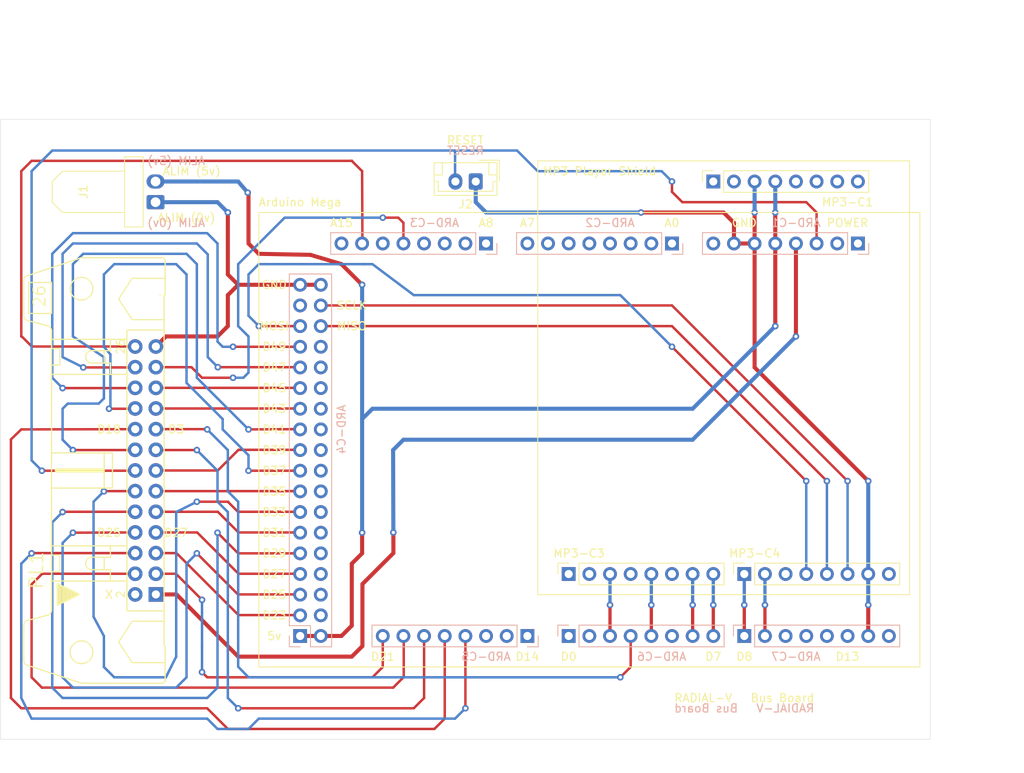
<source format=kicad_pcb>
(kicad_pcb (version 20171130) (host pcbnew "(5.1.5)-3")

  (general
    (thickness 1.6)
    (drawings 62)
    (tracks 343)
    (zones 0)
    (modules 13)
    (nets 93)
  )

  (page A4)
  (title_block
    (title "RADIAL-V : Bus Board")
    (date 2020-01-19)
    (rev 2)
    (company David)
  )

  (layers
    (0 Top signal)
    (31 Bottom signal)
    (32 B.Adhes user hide)
    (33 F.Adhes user hide)
    (34 B.Paste user hide)
    (35 F.Paste user hide)
    (36 B.SilkS user)
    (37 F.SilkS user)
    (38 B.Mask user hide)
    (39 F.Mask user hide)
    (40 Dwgs.User user hide)
    (41 Cmts.User user hide)
    (42 Eco1.User user)
    (43 Eco2.User user hide)
    (44 Edge.Cuts user)
    (45 Margin user hide)
    (46 B.CrtYd user hide)
    (47 F.CrtYd user hide)
    (48 B.Fab user hide)
    (49 F.Fab user hide)
  )

  (setup
    (last_trace_width 0.3)
    (trace_clearance 0.5)
    (zone_clearance 0.508)
    (zone_45_only no)
    (trace_min 0.2)
    (via_size 0.8)
    (via_drill 0.4)
    (via_min_size 0.4)
    (via_min_drill 0.3)
    (uvia_size 0.3)
    (uvia_drill 0.1)
    (uvias_allowed no)
    (uvia_min_size 0.2)
    (uvia_min_drill 0.1)
    (edge_width 0.05)
    (segment_width 0.2)
    (pcb_text_width 0.3)
    (pcb_text_size 1.5 1.5)
    (mod_edge_width 0.12)
    (mod_text_size 1 1)
    (mod_text_width 0.15)
    (pad_size 1.7 1.7)
    (pad_drill 1)
    (pad_to_mask_clearance 0.051)
    (solder_mask_min_width 0.25)
    (aux_axis_origin 0 0)
    (visible_elements 7FFFFFFF)
    (pcbplotparams
      (layerselection 0x010fc_ffffffff)
      (usegerberextensions false)
      (usegerberattributes false)
      (usegerberadvancedattributes false)
      (creategerberjobfile false)
      (excludeedgelayer true)
      (linewidth 0.100000)
      (plotframeref false)
      (viasonmask false)
      (mode 1)
      (useauxorigin false)
      (hpglpennumber 1)
      (hpglpenspeed 20)
      (hpglpendiameter 15.000000)
      (psnegative false)
      (psa4output false)
      (plotreference true)
      (plotvalue true)
      (plotinvisibletext false)
      (padsonsilk false)
      (subtractmaskfromsilk false)
      (outputformat 1)
      (mirror false)
      (drillshape 1)
      (scaleselection 1)
      (outputdirectory ""))
  )

  (net 0 "")
  (net 1 /GND-ARD)
  (net 2 /D51-MOSI)
  (net 3 /D52-SCLK)
  (net 4 /D50-MISO)
  (net 5 /D47)
  (net 6 /D45)
  (net 7 /D43)
  (net 8 /D41)
  (net 9 /D39)
  (net 10 /D35)
  (net 11 /D33)
  (net 12 /D31)
  (net 13 /D29)
  (net 14 /D27)
  (net 15 /D25)
  (net 16 /D23)
  (net 17 /5V)
  (net 18 /A14)
  (net 19 /A12)
  (net 20 /SCL)
  (net 21 /SDA)
  (net 22 /D19)
  (net 23 /D18)
  (net 24 /D3)
  (net 25 /3V3)
  (net 26 "Net-(ARD-C1-Pad8)")
  (net 27 /GND)
  (net 28 "Net-(ARD-C1-Pad2)")
  (net 29 "Net-(ARD-C1-Pad1)")
  (net 30 "Net-(ARD-C2-Pad8)")
  (net 31 "Net-(ARD-C2-Pad7)")
  (net 32 "Net-(ARD-C2-Pad6)")
  (net 33 "Net-(ARD-C2-Pad5)")
  (net 34 "Net-(ARD-C2-Pad4)")
  (net 35 "Net-(ARD-C2-Pad3)")
  (net 36 "Net-(ARD-C2-Pad2)")
  (net 37 "Net-(ARD-C2-Pad1)")
  (net 38 "Net-(ARD-C3-Pad8)")
  (net 39 "Net-(ARD-C3-Pad3)")
  (net 40 "Net-(ARD-C3-Pad2)")
  (net 41 "Net-(ARD-C3-Pad1)")
  (net 42 /D17)
  (net 43 "Net-(ARD-C5-Pad3)")
  (net 44 "Net-(ARD-C5-Pad2)")
  (net 45 "Net-(ARD-C5-Pad1)")
  (net 46 /MP3-DCS)
  (net 47 /MP3-CS)
  (net 48 "Net-(ARD-C6-Pad6)")
  (net 49 /GPIO1)
  (net 50 /MP3-DREQ)
  (net 51 "Net-(ARD-C6-Pad2)")
  (net 52 "Net-(ARD-C6-Pad1)")
  (net 53 "Net-(ARD-C7-Pad8)")
  (net 54 "Net-(ARD-C7-Pad6)")
  (net 55 "Net-(ARD-C7-Pad5)")
  (net 56 "Net-(ARD-C7-Pad4)")
  (net 57 "Net-(ARD-C7-Pad3)")
  (net 58 "Net-(ARD-C7-Pad2)")
  (net 59 "Net-(ARD-C7-Pad1)")
  (net 60 "Net-(MP3-C1-Pad8)")
  (net 61 "Net-(MP3-C1-Pad7)")
  (net 62 "Net-(MP3-C1-Pad6)")
  (net 63 "Net-(MP3-C1-Pad5)")
  (net 64 "Net-(MP3-C1-Pad2)")
  (net 65 "Net-(MP3-C1-Pad1)")
  (net 66 "Net-(MP3-C3-Pad6)")
  (net 67 "Net-(MP3-C3-Pad4)")
  (net 68 "Net-(MP3-C3-Pad2)")
  (net 69 "Net-(MP3-C3-Pad1)")
  (net 70 "Net-(MP3-C4-Pad8)")
  (net 71 "Net-(MP3-C4-Pad3)")
  (net 72 "Net-(ARD-C3-Pad6)")
  (net 73 "Net-(ARD-C3-Pad4)")
  (net 74 /D49)
  (net 75 "Net-(ARD-C4-Pad18)")
  (net 76 RESET)
  (net 77 "Net-(PL1-Pad2)")
  (net 78 /D37)
  (net 79 "Net-(ARD-C4-Pad33)")
  (net 80 "Net-(ARD-C4-Pad30)")
  (net 81 "Net-(ARD-C4-Pad28)")
  (net 82 "Net-(ARD-C4-Pad26)")
  (net 83 "Net-(ARD-C4-Pad24)")
  (net 84 "Net-(ARD-C4-Pad22)")
  (net 85 "Net-(ARD-C4-Pad20)")
  (net 86 "Net-(ARD-C4-Pad16)")
  (net 87 "Net-(ARD-C4-Pad14)")
  (net 88 "Net-(ARD-C4-Pad12)")
  (net 89 "Net-(ARD-C4-Pad10)")
  (net 90 "Net-(ARD-C4-Pad8)")
  (net 91 "Net-(ARD-C4-Pad6)")
  (net 92 "Net-(ARD-C4-Pad4)")

  (net_class Default "This is the default net class."
    (clearance 0.5)
    (trace_width 0.3)
    (via_dia 0.8)
    (via_drill 0.4)
    (uvia_dia 0.3)
    (uvia_drill 0.1)
    (add_net /A12)
    (add_net /A14)
    (add_net /D17)
    (add_net /D18)
    (add_net /D19)
    (add_net /D23)
    (add_net /D25)
    (add_net /D27)
    (add_net /D29)
    (add_net /D3)
    (add_net /D31)
    (add_net /D33)
    (add_net /D35)
    (add_net /D37)
    (add_net /D39)
    (add_net /D41)
    (add_net /D43)
    (add_net /D45)
    (add_net /D47)
    (add_net /D49)
    (add_net /D50-MISO)
    (add_net /D51-MOSI)
    (add_net /D52-SCLK)
    (add_net /GPIO1)
    (add_net /MP3-CS)
    (add_net /MP3-DCS)
    (add_net /MP3-DREQ)
    (add_net /SCL)
    (add_net /SDA)
    (add_net "Net-(ARD-C1-Pad1)")
    (add_net "Net-(ARD-C1-Pad2)")
    (add_net "Net-(ARD-C1-Pad8)")
    (add_net "Net-(ARD-C2-Pad1)")
    (add_net "Net-(ARD-C2-Pad2)")
    (add_net "Net-(ARD-C2-Pad3)")
    (add_net "Net-(ARD-C2-Pad4)")
    (add_net "Net-(ARD-C2-Pad5)")
    (add_net "Net-(ARD-C2-Pad6)")
    (add_net "Net-(ARD-C2-Pad7)")
    (add_net "Net-(ARD-C2-Pad8)")
    (add_net "Net-(ARD-C3-Pad1)")
    (add_net "Net-(ARD-C3-Pad2)")
    (add_net "Net-(ARD-C3-Pad3)")
    (add_net "Net-(ARD-C3-Pad4)")
    (add_net "Net-(ARD-C3-Pad6)")
    (add_net "Net-(ARD-C3-Pad8)")
    (add_net "Net-(ARD-C4-Pad10)")
    (add_net "Net-(ARD-C4-Pad12)")
    (add_net "Net-(ARD-C4-Pad14)")
    (add_net "Net-(ARD-C4-Pad16)")
    (add_net "Net-(ARD-C4-Pad18)")
    (add_net "Net-(ARD-C4-Pad20)")
    (add_net "Net-(ARD-C4-Pad22)")
    (add_net "Net-(ARD-C4-Pad24)")
    (add_net "Net-(ARD-C4-Pad26)")
    (add_net "Net-(ARD-C4-Pad28)")
    (add_net "Net-(ARD-C4-Pad30)")
    (add_net "Net-(ARD-C4-Pad33)")
    (add_net "Net-(ARD-C4-Pad4)")
    (add_net "Net-(ARD-C4-Pad6)")
    (add_net "Net-(ARD-C4-Pad8)")
    (add_net "Net-(ARD-C5-Pad1)")
    (add_net "Net-(ARD-C5-Pad2)")
    (add_net "Net-(ARD-C5-Pad3)")
    (add_net "Net-(ARD-C6-Pad1)")
    (add_net "Net-(ARD-C6-Pad2)")
    (add_net "Net-(ARD-C6-Pad6)")
    (add_net "Net-(ARD-C7-Pad1)")
    (add_net "Net-(ARD-C7-Pad2)")
    (add_net "Net-(ARD-C7-Pad3)")
    (add_net "Net-(ARD-C7-Pad4)")
    (add_net "Net-(ARD-C7-Pad5)")
    (add_net "Net-(ARD-C7-Pad6)")
    (add_net "Net-(ARD-C7-Pad8)")
    (add_net "Net-(MP3-C1-Pad1)")
    (add_net "Net-(MP3-C1-Pad2)")
    (add_net "Net-(MP3-C1-Pad5)")
    (add_net "Net-(MP3-C1-Pad6)")
    (add_net "Net-(MP3-C1-Pad7)")
    (add_net "Net-(MP3-C1-Pad8)")
    (add_net "Net-(MP3-C3-Pad1)")
    (add_net "Net-(MP3-C3-Pad2)")
    (add_net "Net-(MP3-C3-Pad4)")
    (add_net "Net-(MP3-C3-Pad6)")
    (add_net "Net-(MP3-C4-Pad3)")
    (add_net "Net-(MP3-C4-Pad8)")
    (add_net "Net-(PL1-Pad2)")
    (add_net RESET)
  )

  (net_class Power ""
    (clearance 0.5)
    (trace_width 0.5)
    (via_dia 0.8)
    (via_drill 0.4)
    (uvia_dia 0.3)
    (uvia_drill 0.1)
    (add_net /3V3)
    (add_net /5V)
    (add_net /GND)
    (add_net /GND-ARD)
  )

  (module MesModules:Molex_KK-254_AE-6410-02A_1x02_P2.54mm_Horizontal (layer Top) (tedit 5E2A1BB1) (tstamp 5E24CD81)
    (at 48.26 40.64 90)
    (descr "Molex KK-254 Interconnect System, old/engineering part number: AE-6410-02A example for new part number: 22-27-2021, 2 Pins (http://www.molex.com/pdm_docs/sd/022272021_sd.pdf), generated with kicad-footprint-generator")
    (tags "connector Molex KK-254 side entry")
    (path /5E4E56BA)
    (fp_text reference J1 (at 1.27 -8.89 90) (layer F.SilkS)
      (effects (font (size 1 1) (thickness 0.15)))
    )
    (fp_text value Conn_Alim (at 1.27 -2.54 270) (layer F.Fab)
      (effects (font (size 1 1) (thickness 0.15)))
    )
    (fp_line (start 3.81 -3.81) (end 5.588 -3.81) (layer F.CrtYd) (width 0.05))
    (fp_line (start 3.81 -11.43) (end 3.81 -3.81) (layer F.CrtYd) (width 0.05))
    (fp_line (start 2.54 -12.7) (end 3.81 -11.43) (layer F.CrtYd) (width 0.05))
    (fp_line (start 0 -12.7) (end 2.54 -12.7) (layer F.CrtYd) (width 0.05))
    (fp_line (start -1.27 -11.43) (end 0 -12.7) (layer F.CrtYd) (width 0.05))
    (fp_line (start -1.27 -3.81) (end -1.27 -11.43) (layer F.CrtYd) (width 0.05))
    (fp_line (start 3.81 -11.43) (end 3.81 -3.81) (layer F.Fab) (width 0.12))
    (fp_line (start 2.54 -12.7) (end 3.81 -11.43) (layer F.Fab) (width 0.12))
    (fp_line (start 0 -12.7) (end 2.54 -12.7) (layer F.Fab) (width 0.12))
    (fp_line (start -1.27 -11.43) (end 0 -12.7) (layer F.Fab) (width 0.12))
    (fp_line (start -1.27 -3.81) (end -1.27 -11.43) (layer F.Fab) (width 0.12))
    (fp_line (start 0 -12.7) (end -1.27 -11.43) (layer F.SilkS) (width 0.12))
    (fp_line (start 3.81 -11.43) (end 3.81 -3.81) (layer F.SilkS) (width 0.12))
    (fp_line (start 2.54 -12.7) (end 3.81 -11.43) (layer F.SilkS) (width 0.12))
    (fp_line (start 0 -12.7) (end 2.54 -12.7) (layer F.SilkS) (width 0.12))
    (fp_line (start -1.27 -3.81) (end -1.27 -11.43) (layer F.SilkS) (width 0.12))
    (fp_text user %R (at 1.27 -6.858 90) (layer F.Fab)
      (effects (font (size 1 1) (thickness 0.15)))
    )
    (fp_line (start -1.27 -3.81) (end -3.048 -3.81) (layer F.CrtYd) (width 0.05))
    (fp_line (start 5.588 1.524) (end 5.588 -3.81) (layer F.CrtYd) (width 0.05))
    (fp_line (start -3.048 1.524) (end 5.572 1.524) (layer F.CrtYd) (width 0.05))
    (fp_line (start -3.048 -3.81) (end -3.048 1.466) (layer F.CrtYd) (width 0.05))
    (fp_line (start -2.340893 0.008) (end -3.048 0.508) (layer F.Fab) (width 0.1))
    (fp_line (start -3.048 -0.508) (end -2.340893 -0.008) (layer F.Fab) (width 0.1))
    (fp_line (start 5.588 -3.81) (end -3.048 -3.81) (layer F.SilkS) (width 0.12))
    (fp_line (start 5.588 -1.524) (end 5.588 -3.81) (layer F.SilkS) (width 0.12))
    (fp_line (start -3.048 -1.524) (end 5.588 -1.524) (layer F.SilkS) (width 0.12))
    (fp_line (start -3.048 -3.81) (end -3.048 -1.524) (layer F.SilkS) (width 0.12))
    (fp_line (start 5.588 -3.81) (end -3.048 -3.81) (layer F.Fab) (width 0.1))
    (fp_line (start 5.588 1.524) (end 5.588 -3.81) (layer F.Fab) (width 0.1))
    (fp_line (start -3.048 1.524) (end 5.588 1.524) (layer F.Fab) (width 0.1))
    (fp_line (start -3.048 -3.768) (end -3.048 1.524) (layer F.Fab) (width 0.1))
    (pad 2 thru_hole oval (at 2.54 0 90) (size 1.74 2.2) (drill 1.2) (layers *.Cu *.Mask)
      (net 17 /5V))
    (pad 1 thru_hole roundrect (at 0 0 90) (size 1.74 2.2) (drill 1.2) (layers *.Cu *.Mask) (roundrect_rratio 0.143678)
      (net 1 /GND-ARD))
    (model "D:/My Projects/Programmes/Kicad-Library/packages3d/MesModules.3dshapes/Molex_1x2_2.54 coude v1.step"
      (offset (xyz -30.7 -10.8 0))
      (scale (xyz 1 1.6 1))
      (rotate (xyz 0 0 90))
    )
  )

  (module MesModules:HE10-26P (layer Top) (tedit 5E2A08F2) (tstamp 5E24C341)
    (at 47.0281 73.6296 90)
    (descr <b>CONNECTOR</b>)
    (path /7AA41272)
    (fp_text reference PL1 (at -14.732 -12.446 90) (layer F.SilkS)
      (effects (font (size 1.6891 1.6891) (thickness 0.1778)) (justify left bottom))
    )
    (fp_text value Nappe (at 7.62 -12.446 90) (layer F.Fab)
      (effects (font (size 1.6891 1.6891) (thickness 0.1778)) (justify left bottom))
    )
    (fp_text user "Connector HE10 26P angled" (at -2.032 4.318 90) (layer F.Fab)
      (effects (font (size 1 1) (thickness 0.15)))
    )
    (fp_text user 26 (at 15.24 -3.048 90) (layer F.SilkS)
      (effects (font (size 1 1) (thickness 0.15)))
    )
    (fp_text user 2 (at -15.24 -3.048 90) (layer F.SilkS)
      (effects (font (size 1 1) (thickness 0.15)))
    )
    (fp_line (start -26.162 2.286) (end 26.162 2.286) (layer F.CrtYd) (width 0.12))
    (fp_line (start -26.162 -7.874) (end -26.162 2.286) (layer F.CrtYd) (width 0.12))
    (fp_line (start -23.622 -14.986) (end -26.162 -7.874) (layer F.CrtYd) (width 0.12))
    (fp_line (start 23.876 -14.986) (end -23.622 -14.986) (layer F.CrtYd) (width 0.12))
    (fp_line (start 26.162 -7.874) (end 23.876 -14.986) (layer F.CrtYd) (width 0.12))
    (fp_line (start 26.162 2.286) (end 26.162 -7.874) (layer F.CrtYd) (width 0.12))
    (fp_line (start -26.162 2.286) (end -17.272 2.286) (layer F.Fab) (width 0.12))
    (fp_line (start -26.162 -7.874) (end -26.162 2.286) (layer F.Fab) (width 0.12))
    (fp_line (start -23.622 -14.986) (end -26.162 -7.874) (layer F.Fab) (width 0.12))
    (fp_line (start 23.876 -14.986) (end -23.622 -14.986) (layer F.Fab) (width 0.12))
    (fp_line (start 26.162 -7.874) (end 23.876 -14.986) (layer F.Fab) (width 0.12))
    (fp_line (start 26.162 2.286) (end 26.162 -7.874) (layer F.Fab) (width 0.12))
    (fp_line (start 17.272 2.286) (end 26.162 2.286) (layer F.Fab) (width 0.12))
    (fp_line (start -17.272 2.286) (end 17.272 2.286) (layer F.Fab) (width 0.12))
    (fp_line (start -17.272 -2.286) (end -17.272 2.286) (layer F.Fab) (width 0.12))
    (fp_line (start 17.272 -2.286) (end -17.272 -2.286) (layer F.Fab) (width 0.12))
    (fp_line (start 17.272 2.286) (end 17.272 -2.286) (layer F.Fab) (width 0.12))
    (fp_line (start -16.51 -10.795) (end -13.97 -10.795) (layer F.SilkS) (width 0.254))
    (fp_line (start -13.97 -10.795) (end -15.24 -8.255) (layer F.SilkS) (width 0.254))
    (fp_line (start -15.24 -8.255) (end -16.51 -10.795) (layer F.SilkS) (width 0.254))
    (fp_line (start 12.954 -10.541) (end 12.954 -11.557) (layer F.SilkS) (width 0.1524))
    (fp_line (start 12.954 -10.541) (end 14.986 -10.541) (layer F.SilkS) (width 0.1524))
    (fp_line (start 14.986 -11.557) (end 14.986 -10.541) (layer F.SilkS) (width 0.1524))
    (fp_arc (start 13.97 -6.604) (end 13.208 -6.604) (angle 180) (layer F.SilkS) (width 0.1524))
    (fp_line (start 14.732 -6.604) (end 14.732 -5.08) (layer F.SilkS) (width 0.1524))
    (fp_line (start 14.732 -4.318) (end 16.129 -4.318) (layer F.SilkS) (width 0.1524))
    (fp_line (start -26.162 2.159) (end -26.162 -7.874) (layer F.SilkS) (width 0.1524))
    (fp_line (start -17.145 -11.557) (end -13.589 -11.557) (layer F.SilkS) (width 0.1524))
    (fp_line (start 19.05 -14.986) (end 23.368 -14.986) (layer F.SilkS) (width 0.1524))
    (fp_arc (start -19.05 -14.350999) (end -19.05 -14.986) (angle 73.739795) (layer F.SilkS) (width 0.1524))
    (fp_arc (start -19.049999 -14.352113) (end -18.4404 -14.5288) (angle 2.224981) (layer F.SilkS) (width 0.1524))
    (fp_line (start -19.05 -14.986) (end -23.368 -14.986) (layer F.SilkS) (width 0.1524))
    (fp_arc (start 19.049999 -14.352113) (end 18.434 -14.505) (angle 2.224981) (layer F.SilkS) (width 0.1524))
    (fp_arc (start 19.05 -14.350999) (end 18.4404 -14.5288) (angle 73.739795) (layer F.SilkS) (width 0.1524))
    (fp_arc (start 17.14501 -12.2428) (end 17.145 -11.557) (angle -82.409456) (layer F.SilkS) (width 0.1524))
    (fp_line (start 17.8054 -12.0904) (end 18.4404 -14.5288) (layer F.SilkS) (width 0.1524))
    (fp_arc (start -17.14501 -12.2428) (end -17.8248 -12.1522) (angle -82.409456) (layer F.SilkS) (width 0.1524))
    (fp_line (start -17.8054 -12.0904) (end -18.4404 -14.5288) (layer F.SilkS) (width 0.1524))
    (fp_arc (start 23.367877 -14.401799) (end 23.368 -14.986) (angle 72.248491) (layer F.SilkS) (width 0.1524))
    (fp_line (start 23.9268 -14.5796) (end 26.162 -7.874) (layer F.SilkS) (width 0.1524))
    (fp_arc (start -23.367872 -14.4018) (end -23.9244 -14.5798) (angle 72.251141) (layer F.SilkS) (width 0.1524))
    (fp_line (start -23.9268 -14.5796) (end -26.162 -7.874) (layer F.SilkS) (width 0.1524))
    (fp_line (start -26.162 2.159) (end -25.908 2.413) (layer F.SilkS) (width 0.1524))
    (fp_line (start 26.162 2.159) (end 26.162 -7.874) (layer F.SilkS) (width 0.1524))
    (fp_line (start 26.162 2.159) (end 25.908 2.413) (layer F.SilkS) (width 0.1524))
    (fp_line (start -2.159 -11.557) (end -2.159 -5.08) (layer F.SilkS) (width 0.1524))
    (fp_line (start -2.159 -11.557) (end 2.159 -11.557) (layer F.SilkS) (width 0.1524))
    (fp_line (start 2.159 -11.557) (end 2.159 -5.08) (layer F.SilkS) (width 0.1524))
    (fp_line (start 2.159 -11.557) (end 11.811 -11.557) (layer F.SilkS) (width 0.1524))
    (fp_line (start 2.159 -5.08) (end -2.159 -5.08) (layer F.SilkS) (width 0.1524))
    (fp_line (start 2.159 -4.064) (end -2.159 -4.064) (layer F.SilkS) (width 0.1524))
    (fp_line (start -2.159 -5.08) (end -2.159 -4.064) (layer F.SilkS) (width 0.1524))
    (fp_line (start 2.159 -5.08) (end 2.159 -4.064) (layer F.SilkS) (width 0.1524))
    (fp_line (start 13.208 -6.604) (end 13.208 -5.08) (layer F.SilkS) (width 0.1524))
    (fp_line (start 13.208 -5.08) (end 13.208 -4.318) (layer F.SilkS) (width 0.1524))
    (fp_line (start 13.208 -5.08) (end 14.732 -5.08) (layer F.SilkS) (width 0.1524))
    (fp_line (start 14.732 -5.08) (end 14.732 -4.318) (layer F.SilkS) (width 0.1524))
    (fp_line (start 16.129 -4.318) (end 16.129 -11.557) (layer F.SilkS) (width 0.1524))
    (fp_line (start 16.129 -4.318) (end 16.129 -2.286) (layer F.SilkS) (width 0.1524))
    (fp_line (start 16.129 -2.286) (end 11.811 -2.286) (layer F.SilkS) (width 0.1524))
    (fp_line (start 17.272 -2.286) (end 17.272 2.286) (layer F.SilkS) (width 0.1524))
    (fp_line (start 17.272 -2.286) (end 16.129 -2.286) (layer F.SilkS) (width 0.1524))
    (fp_line (start -17.272 -2.286) (end -17.272 2.286) (layer F.SilkS) (width 0.1524))
    (fp_line (start -25.908 2.413) (end -23.622 2.413) (layer F.SilkS) (width 0.1524))
    (fp_line (start -21.59 2.286) (end -21.59 2.413) (layer F.SilkS) (width 0.1524))
    (fp_line (start -21.59 2.286) (end 21.59 2.286) (layer F.SilkS) (width 0.1524))
    (fp_line (start 25.908 2.413) (end 23.622 2.413) (layer F.SilkS) (width 0.1524))
    (fp_line (start 21.59 1.778) (end 21.59 1.905) (layer F.SilkS) (width 0.1524))
    (fp_line (start 19.304 -14.351) (end 19.304 -11.557) (layer F.SilkS) (width 0.1524))
    (fp_line (start 19.304 -11.557) (end 23.114 -11.557) (layer F.SilkS) (width 0.1524))
    (fp_line (start 23.114 -14.351) (end 23.114 -11.557) (layer F.SilkS) (width 0.1524))
    (fp_line (start 23.114 -14.351) (end 19.304 -14.351) (layer F.SilkS) (width 0.1524))
    (fp_line (start -23.622 2.413) (end -23.622 -1.651) (layer F.SilkS) (width 0.1524))
    (fp_line (start -23.622 2.413) (end -21.59 2.413) (layer F.SilkS) (width 0.1524))
    (fp_line (start -18.542 2.286) (end -18.542 -1.651) (layer F.SilkS) (width 0.1524))
    (fp_line (start -23.622 -1.651) (end -21.082 -3.302) (layer F.SilkS) (width 0.1524))
    (fp_line (start -21.082 -3.302) (end -18.542 -1.651) (layer F.SilkS) (width 0.1524))
    (fp_line (start 23.622 2.413) (end 23.622 -1.651) (layer F.SilkS) (width 0.1524))
    (fp_line (start 23.622 2.413) (end 21.59 2.413) (layer F.SilkS) (width 0.1524))
    (fp_line (start 18.542 2.286) (end 18.542 -1.651) (layer F.SilkS) (width 0.1524))
    (fp_line (start 18.542 -1.651) (end 21.082 -3.302) (layer F.SilkS) (width 0.1524))
    (fp_line (start 21.082 -3.302) (end 23.622 -1.651) (layer F.SilkS) (width 0.1524))
    (fp_line (start 11.811 -4.318) (end 13.208 -4.318) (layer F.SilkS) (width 0.1524))
    (fp_line (start 11.811 -4.318) (end 11.811 -11.557) (layer F.SilkS) (width 0.1524))
    (fp_line (start 11.811 -11.557) (end 17.145 -11.557) (layer F.SilkS) (width 0.1524))
    (fp_line (start 11.811 -4.318) (end 11.811 -2.286) (layer F.SilkS) (width 0.1524))
    (fp_line (start 11.811 -2.286) (end -9.271 -2.286) (layer F.SilkS) (width 0.1524))
    (fp_line (start 0 -10.668) (end 0 -10.922) (layer F.SilkS) (width 0.508))
    (fp_line (start -13.589 -4.318) (end -13.589 -11.557) (layer F.SilkS) (width 0.1524))
    (fp_line (start -13.589 -11.557) (end -12.446 -11.557) (layer F.SilkS) (width 0.1524))
    (fp_line (start -12.446 -10.541) (end -12.446 -11.557) (layer F.SilkS) (width 0.1524))
    (fp_line (start -12.446 -11.557) (end -10.414 -11.557) (layer F.SilkS) (width 0.1524))
    (fp_line (start -12.446 -10.541) (end -10.414 -10.541) (layer F.SilkS) (width 0.1524))
    (fp_line (start -10.414 -11.557) (end -10.414 -10.541) (layer F.SilkS) (width 0.1524))
    (fp_line (start -10.414 -11.557) (end -9.271 -11.557) (layer F.SilkS) (width 0.1524))
    (fp_line (start -9.271 -4.318) (end -9.271 -11.557) (layer F.SilkS) (width 0.1524))
    (fp_line (start -9.271 -11.557) (end -2.159 -11.557) (layer F.SilkS) (width 0.1524))
    (fp_line (start -13.589 -4.318) (end -12.192 -4.318) (layer F.SilkS) (width 0.1524))
    (fp_line (start -13.589 -4.318) (end -13.589 -2.286) (layer F.SilkS) (width 0.1524))
    (fp_line (start -13.589 -2.286) (end -17.272 -2.286) (layer F.SilkS) (width 0.1524))
    (fp_line (start -12.192 -5.08) (end -12.192 -4.318) (layer F.SilkS) (width 0.1524))
    (fp_line (start -12.192 -5.08) (end -10.668 -5.08) (layer F.SilkS) (width 0.1524))
    (fp_line (start -10.668 -5.08) (end -10.668 -4.318) (layer F.SilkS) (width 0.1524))
    (fp_line (start -10.668 -4.318) (end -9.271 -4.318) (layer F.SilkS) (width 0.1524))
    (fp_line (start -9.271 -4.318) (end -9.271 -2.286) (layer F.SilkS) (width 0.1524))
    (fp_line (start -9.271 -2.286) (end -13.589 -2.286) (layer F.SilkS) (width 0.1524))
    (fp_line (start -12.192 -6.604) (end -12.192 -5.08) (layer F.SilkS) (width 0.1524))
    (fp_line (start -10.668 -6.604) (end -10.668 -5.08) (layer F.SilkS) (width 0.1524))
    (fp_arc (start -11.43 -6.604) (end -12.192 -6.604) (angle 180) (layer F.SilkS) (width 0.1524))
    (fp_circle (center -21.082 -0.5334) (end -19.939 -0.5334) (layer Dwgs.User) (width 2.286))
    (fp_circle (center -21.082 -0.5334) (end -19.939 -0.5334) (layer Dwgs.User) (width 2.286))
    (fp_circle (center 21.082 -0.5334) (end 22.225 -0.5334) (layer Dwgs.User) (width 2.286))
    (fp_circle (center 21.082 -0.5334) (end 22.225 -0.5334) (layer Dwgs.User) (width 2.286))
    (fp_circle (center -21.082 -0.5334) (end -19.7612 -0.5334) (layer F.SilkS) (width 0.1524))
    (fp_circle (center 21.082 -0.5334) (end 22.4028 -0.5334) (layer F.SilkS) (width 0.1524))
    (fp_circle (center 22.352 -7.874) (end 23.749 -7.874) (layer F.SilkS) (width 0.1524))
    (fp_circle (center -22.352 -7.874) (end -20.955 -7.874) (layer F.SilkS) (width 0.1524))
    (fp_text user 26 (at 19.939 -12.192 90) (layer F.SilkS)
      (effects (font (size 1.4478 1.4478) (thickness 0.1524)) (justify left bottom))
    )
    (fp_poly (pts (xy -16.383 -10.287) (xy -14.097 -10.287) (xy -14.097 -10.795) (xy -16.383 -10.795)) (layer F.SilkS) (width 0))
    (fp_poly (pts (xy -16.129 -9.779) (xy -14.351 -9.779) (xy -14.351 -10.287) (xy -16.129 -10.287)) (layer F.SilkS) (width 0))
    (fp_poly (pts (xy -15.875 -9.271) (xy -14.605 -9.271) (xy -14.605 -9.779) (xy -15.875 -9.779)) (layer F.SilkS) (width 0))
    (fp_poly (pts (xy -15.621 -8.763) (xy -14.859 -8.763) (xy -14.859 -9.271) (xy -15.621 -9.271)) (layer F.SilkS) (width 0))
    (fp_poly (pts (xy -15.367 -8.509) (xy -15.113 -8.509) (xy -15.113 -8.763) (xy -15.367 -8.763)) (layer F.SilkS) (width 0))
    (fp_poly (pts (xy -0.254 -5.08) (xy 0.254 -5.08) (xy 0.254 -10.922) (xy -0.254 -10.922)) (layer F.SilkS) (width 0))
    (pad 1 thru_hole rect (at -15.24 1.27 90) (size 1.8 1.8) (drill 1) (layers *.Cu *.Mask)
      (net 25 /3V3) (solder_mask_margin 0.1016))
    (pad 2 thru_hole circle (at -15.24 -1.27 90) (size 1.8 1.8) (drill 1) (layers *.Cu *.Mask)
      (net 77 "Net-(PL1-Pad2)") (solder_mask_margin 0.1016))
    (pad 3 thru_hole circle (at -12.7 1.27 90) (size 1.8 1.8) (drill 1) (layers *.Cu *.Mask)
      (net 20 /SCL) (solder_mask_margin 0.1016))
    (pad 4 thru_hole circle (at -12.7 -1.27 90) (size 1.8 1.8) (drill 1) (layers *.Cu *.Mask)
      (net 21 /SDA) (solder_mask_margin 0.1016))
    (pad 5 thru_hole circle (at -10.16 1.27 90) (size 1.8 1.8) (drill 1) (layers *.Cu *.Mask)
      (net 16 /D23) (solder_mask_margin 0.1016))
    (pad 6 thru_hole circle (at -10.16 -1.27 90) (size 1.8 1.8) (drill 1) (layers *.Cu *.Mask)
      (net 42 /D17) (solder_mask_margin 0.1016))
    (pad 7 thru_hole circle (at -7.62 1.27 90) (size 1.8 1.8) (drill 1) (layers *.Cu *.Mask)
      (net 14 /D27) (solder_mask_margin 0.1016))
    (pad 8 thru_hole circle (at -7.62 -1.27 90) (size 1.8 1.8) (drill 1) (layers *.Cu *.Mask)
      (net 15 /D25) (solder_mask_margin 0.1016))
    (pad 9 thru_hole circle (at -5.08 1.27 90) (size 1.8 1.8) (drill 1) (layers *.Cu *.Mask)
      (net 12 /D31) (solder_mask_margin 0.1016))
    (pad 10 thru_hole circle (at -5.08 -1.27 90) (size 1.8 1.8) (drill 1) (layers *.Cu *.Mask)
      (net 13 /D29) (solder_mask_margin 0.1016))
    (pad 11 thru_hole circle (at -2.54 1.27 90) (size 1.8 1.8) (drill 1) (layers *.Cu *.Mask)
      (net 10 /D35) (solder_mask_margin 0.1016))
    (pad 12 thru_hole circle (at -2.54 -1.27 90) (size 1.8 1.8) (drill 1) (layers *.Cu *.Mask)
      (net 11 /D33) (solder_mask_margin 0.1016))
    (pad 13 thru_hole circle (at 0 1.27 90) (size 1.8 1.8) (drill 1) (layers *.Cu *.Mask)
      (net 9 /D39) (solder_mask_margin 0.1016))
    (pad 14 thru_hole circle (at 0 -1.27 90) (size 1.8 1.8) (drill 1) (layers *.Cu *.Mask)
      (net 76 RESET) (solder_mask_margin 0.1016))
    (pad 15 thru_hole circle (at 2.54 1.27 90) (size 1.8 1.8) (drill 1) (layers *.Cu *.Mask)
      (net 22 /D19) (solder_mask_margin 0.1016))
    (pad 16 thru_hole circle (at 2.54 -1.27 90) (size 1.8 1.8) (drill 1) (layers *.Cu *.Mask)
      (net 8 /D41) (solder_mask_margin 0.1016))
    (pad 17 thru_hole circle (at 5.08 1.27 90) (size 1.8 1.8) (drill 1) (layers *.Cu *.Mask)
      (net 24 /D3) (solder_mask_margin 0.1016))
    (pad 18 thru_hole circle (at 5.08 -1.27 90) (size 1.8 1.8) (drill 1) (layers *.Cu *.Mask)
      (net 23 /D18) (solder_mask_margin 0.1016))
    (pad 19 thru_hole circle (at 7.62 1.27 90) (size 1.8 1.8) (drill 1) (layers *.Cu *.Mask)
      (net 7 /D43) (solder_mask_margin 0.1016))
    (pad 20 thru_hole circle (at 7.62 -1.27 90) (size 1.8 1.8) (drill 1) (layers *.Cu *.Mask)
      (net 78 /D37) (solder_mask_margin 0.1016))
    (pad 21 thru_hole circle (at 10.16 1.27 90) (size 1.8 1.8) (drill 1) (layers *.Cu *.Mask)
      (net 6 /D45) (solder_mask_margin 0.1016))
    (pad 22 thru_hole circle (at 10.16 -1.27 90) (size 1.8 1.8) (drill 1) (layers *.Cu *.Mask)
      (net 74 /D49) (solder_mask_margin 0.1016))
    (pad 23 thru_hole circle (at 12.7 1.27 90) (size 1.8 1.8) (drill 1) (layers *.Cu *.Mask)
      (net 19 /A12) (solder_mask_margin 0.1016))
    (pad 24 thru_hole circle (at 12.7 -1.27 90) (size 1.8 1.8) (drill 1) (layers *.Cu *.Mask)
      (net 5 /D47) (solder_mask_margin 0.1016))
    (pad 25 thru_hole circle (at 15.24 1.27 90) (size 1.8 1.8) (drill 1) (layers *.Cu *.Mask)
      (net 1 /GND-ARD) (solder_mask_margin 0.1016))
    (pad 26 thru_hole circle (at 15.24 -1.27 90) (size 1.8 1.8) (drill 1) (layers *.Cu *.Mask)
      (net 18 /A14) (solder_mask_margin 0.1016))
    (pad "" np_thru_hole circle (at -21.082 -0.5334 90) (size 3.302 3.302) (drill 3.302) (layers *.Cu *.Mask))
    (pad "" np_thru_hole circle (at 21.082 -0.5334 90) (size 3.302 3.302) (drill 3.302) (layers *.Cu *.Mask))
  )

  (module Connector_JST:JST_EH_B2B-EH-A_1x02_P2.50mm_Vertical (layer Top) (tedit 5E28A1DB) (tstamp 5E27A702)
    (at 87.63 38.1 180)
    (descr "JST EH series connector, B2B-EH-A (http://www.jst-mfg.com/product/pdf/eng/eEH.pdf), generated with kicad-footprint-generator")
    (tags "connector JST EH vertical")
    (path /5E2B59C0)
    (fp_text reference J2 (at 1.25 -2.8) (layer F.SilkS)
      (effects (font (size 1 1) (thickness 0.15)))
    )
    (fp_text value Conn_Reset (at 1.25 3.4) (layer F.Fab)
      (effects (font (size 1 1) (thickness 0.15)))
    )
    (fp_text user %R (at 1.25 1.5) (layer F.Fab)
      (effects (font (size 1 1) (thickness 0.15)))
    )
    (fp_line (start -2.91 2.61) (end -0.41 2.61) (layer F.Fab) (width 0.1))
    (fp_line (start -2.91 0.11) (end -2.91 2.61) (layer F.Fab) (width 0.1))
    (fp_line (start -2.91 2.61) (end -0.41 2.61) (layer F.SilkS) (width 0.12))
    (fp_line (start -2.91 0.11) (end -2.91 2.61) (layer F.SilkS) (width 0.12))
    (fp_line (start 4.11 0.81) (end 4.11 2.31) (layer F.SilkS) (width 0.12))
    (fp_line (start 5.11 0.81) (end 4.11 0.81) (layer F.SilkS) (width 0.12))
    (fp_line (start -1.61 0.81) (end -1.61 2.31) (layer F.SilkS) (width 0.12))
    (fp_line (start -2.61 0.81) (end -1.61 0.81) (layer F.SilkS) (width 0.12))
    (fp_line (start 4.61 0) (end 5.11 0) (layer F.SilkS) (width 0.12))
    (fp_line (start 4.61 -1.21) (end 4.61 0) (layer F.SilkS) (width 0.12))
    (fp_line (start -2.11 -1.21) (end 4.61 -1.21) (layer F.SilkS) (width 0.12))
    (fp_line (start -2.11 0) (end -2.11 -1.21) (layer F.SilkS) (width 0.12))
    (fp_line (start -2.61 0) (end -2.11 0) (layer F.SilkS) (width 0.12))
    (fp_line (start 5.11 -1.71) (end -2.61 -1.71) (layer F.SilkS) (width 0.12))
    (fp_line (start 5.11 2.31) (end 5.11 -1.71) (layer F.SilkS) (width 0.12))
    (fp_line (start -2.61 2.31) (end 5.11 2.31) (layer F.SilkS) (width 0.12))
    (fp_line (start -2.61 -1.71) (end -2.61 2.31) (layer F.SilkS) (width 0.12))
    (fp_line (start 5.5 -2.1) (end -3 -2.1) (layer F.CrtYd) (width 0.05))
    (fp_line (start 5.5 2.7) (end 5.5 -2.1) (layer F.CrtYd) (width 0.05))
    (fp_line (start -3 2.7) (end 5.5 2.7) (layer F.CrtYd) (width 0.05))
    (fp_line (start -3 -2.1) (end -3 2.7) (layer F.CrtYd) (width 0.05))
    (fp_line (start 5 -1.6) (end -2.5 -1.6) (layer F.Fab) (width 0.1))
    (fp_line (start 5 2.2) (end 5 -1.6) (layer F.Fab) (width 0.1))
    (fp_line (start -2.5 2.2) (end 5 2.2) (layer F.Fab) (width 0.1))
    (fp_line (start -2.5 -1.6) (end -2.5 2.2) (layer F.Fab) (width 0.1))
    (pad 2 thru_hole oval (at 2.5 0 180) (size 1.7 2) (drill 1) (layers *.Mask Bottom)
      (net 76 RESET))
    (pad 1 thru_hole roundrect (at 0 0 180) (size 1.7 2) (drill 1) (layers *.Mask Bottom) (roundrect_rratio 0.147)
      (net 27 /GND))
    (model ${KISYS3DMOD}/Connector_JST.3dshapes/JST_EH_B2B-EH-A_1x02_P2.50mm_Vertical.wrl
      (at (xyz 0 0 0))
      (scale (xyz 1 1 1))
      (rotate (xyz 0 0 0))
    )
  )

  (module Connector_PinSocket_2.54mm:PinSocket_1x08_P2.54mm_Vertical (layer Top) (tedit 5E2A9C8E) (tstamp 5E24CDF9)
    (at 120.65 86.36 90)
    (descr "Through hole straight socket strip, 1x08, 2.54mm pitch, single row (from Kicad 4.0.7), script generated")
    (tags "Through hole socket strip THT 1x08 2.54mm single row")
    (path /5E4079B6)
    (fp_text reference MP3-C4 (at 2.54 1.27 180) (layer F.SilkS)
      (effects (font (size 1 1) (thickness 0.15)))
    )
    (fp_text value COMMS (at 0 2.54 180) (layer F.Fab)
      (effects (font (size 1 1) (thickness 0.15)))
    )
    (fp_text user %R (at 0 15.24) (layer F.Fab)
      (effects (font (size 1 1) (thickness 0.15)))
    )
    (fp_line (start -1.8 19.55) (end -1.8 -1.8) (layer F.CrtYd) (width 0.05))
    (fp_line (start 1.75 19.55) (end -1.8 19.55) (layer F.CrtYd) (width 0.05))
    (fp_line (start 1.75 -1.8) (end 1.75 19.55) (layer F.CrtYd) (width 0.05))
    (fp_line (start -1.8 -1.8) (end 1.75 -1.8) (layer F.CrtYd) (width 0.05))
    (fp_line (start 0 -1.33) (end 1.33 -1.33) (layer F.SilkS) (width 0.12))
    (fp_line (start 1.33 -1.33) (end 1.33 0) (layer F.SilkS) (width 0.12))
    (fp_line (start 1.33 1.27) (end 1.33 19.11) (layer F.SilkS) (width 0.12))
    (fp_line (start -1.33 19.11) (end 1.33 19.11) (layer F.SilkS) (width 0.12))
    (fp_line (start -1.33 1.27) (end -1.33 19.11) (layer F.SilkS) (width 0.12))
    (fp_line (start -1.33 1.27) (end 1.33 1.27) (layer F.SilkS) (width 0.12))
    (fp_line (start -1.27 19.05) (end -1.27 -1.27) (layer F.Fab) (width 0.1))
    (fp_line (start 1.27 19.05) (end -1.27 19.05) (layer F.Fab) (width 0.1))
    (fp_line (start 1.27 -0.635) (end 1.27 19.05) (layer F.Fab) (width 0.1))
    (fp_line (start 0.635 -1.27) (end 1.27 -0.635) (layer F.Fab) (width 0.1))
    (fp_line (start -1.27 -1.27) (end 0.635 -1.27) (layer F.Fab) (width 0.1))
    (pad 8 thru_hole oval (at 0 17.78 90) (size 1.7 1.7) (drill 1) (layers *.Mask Bottom)
      (net 70 "Net-(MP3-C4-Pad8)"))
    (pad 7 thru_hole oval (at 0 15.24 90) (size 1.7 1.7) (drill 1) (layers *.Mask Bottom)
      (net 27 /GND))
    (pad 6 thru_hole oval (at 0 12.7 90) (size 1.7 1.7) (drill 1) (layers *.Mask Bottom)
      (net 3 /D52-SCLK))
    (pad 5 thru_hole oval (at 0 10.16 90) (size 1.7 1.7) (drill 1) (layers *.Mask Bottom)
      (net 4 /D50-MISO))
    (pad 4 thru_hole oval (at 0 7.62 90) (size 1.7 1.7) (drill 1) (layers *.Mask Bottom)
      (net 2 /D51-MOSI))
    (pad 3 thru_hole oval (at 0 5.08 90) (size 1.7 1.7) (drill 1) (layers *.Mask Bottom)
      (net 71 "Net-(MP3-C4-Pad3)"))
    (pad 2 thru_hole oval (at 0 2.54 90) (size 1.7 1.7) (drill 1) (layers *.Mask Bottom)
      (net 58 "Net-(ARD-C7-Pad2)"))
    (pad 1 thru_hole rect (at 0 0 90) (size 1.7 1.7) (drill 1) (layers *.Mask Bottom)
      (net 59 "Net-(ARD-C7-Pad1)"))
    (model ${KISYS3DMOD}/Connector_PinSocket_2.54mm.3dshapes/PinSocket_1x08_P2.54mm_Vertical.wrl
      (at (xyz 0 0 0))
      (scale (xyz 1 1 1))
      (rotate (xyz 0 0 0))
    )
  )

  (module Connector_PinSocket_2.54mm:PinSocket_1x08_P2.54mm_Vertical (layer Top) (tedit 5E2A9C5D) (tstamp 5E24CDDD)
    (at 99.06 86.36 90)
    (descr "Through hole straight socket strip, 1x08, 2.54mm pitch, single row (from Kicad 4.0.7), script generated")
    (tags "Through hole socket strip THT 1x08 2.54mm single row")
    (path /5E40624D)
    (fp_text reference MP3-C3 (at 2.54 1.27 180) (layer F.SilkS)
      (effects (font (size 1 1) (thickness 0.15)))
    )
    (fp_text value I/O (at 0 1.27 180) (layer F.Fab)
      (effects (font (size 1 1) (thickness 0.15)))
    )
    (fp_text user %R (at 0 15.24) (layer F.Fab)
      (effects (font (size 1 1) (thickness 0.15)))
    )
    (fp_line (start -1.8 19.55) (end -1.8 -1.8) (layer F.CrtYd) (width 0.05))
    (fp_line (start 1.75 19.55) (end -1.8 19.55) (layer F.CrtYd) (width 0.05))
    (fp_line (start 1.75 -1.8) (end 1.75 19.55) (layer F.CrtYd) (width 0.05))
    (fp_line (start -1.8 -1.8) (end 1.75 -1.8) (layer F.CrtYd) (width 0.05))
    (fp_line (start 0 -1.33) (end 1.33 -1.33) (layer F.SilkS) (width 0.12))
    (fp_line (start 1.33 -1.33) (end 1.33 0) (layer F.SilkS) (width 0.12))
    (fp_line (start 1.33 1.27) (end 1.33 19.11) (layer F.SilkS) (width 0.12))
    (fp_line (start -1.33 19.11) (end 1.33 19.11) (layer F.SilkS) (width 0.12))
    (fp_line (start -1.33 1.27) (end -1.33 19.11) (layer F.SilkS) (width 0.12))
    (fp_line (start -1.33 1.27) (end 1.33 1.27) (layer F.SilkS) (width 0.12))
    (fp_line (start -1.27 19.05) (end -1.27 -1.27) (layer F.Fab) (width 0.1))
    (fp_line (start 1.27 19.05) (end -1.27 19.05) (layer F.Fab) (width 0.1))
    (fp_line (start 1.27 -0.635) (end 1.27 19.05) (layer F.Fab) (width 0.1))
    (fp_line (start 0.635 -1.27) (end 1.27 -0.635) (layer F.Fab) (width 0.1))
    (fp_line (start -1.27 -1.27) (end 0.635 -1.27) (layer F.Fab) (width 0.1))
    (pad 8 thru_hole oval (at 0 17.78 90) (size 1.7 1.7) (drill 1) (layers *.Mask Bottom)
      (net 46 /MP3-DCS))
    (pad 7 thru_hole oval (at 0 15.24 90) (size 1.7 1.7) (drill 1) (layers *.Mask Bottom)
      (net 47 /MP3-CS))
    (pad 6 thru_hole oval (at 0 12.7 90) (size 1.7 1.7) (drill 1) (layers *.Mask Bottom)
      (net 66 "Net-(MP3-C3-Pad6)"))
    (pad 5 thru_hole oval (at 0 10.16 90) (size 1.7 1.7) (drill 1) (layers *.Mask Bottom)
      (net 49 /GPIO1))
    (pad 4 thru_hole oval (at 0 7.62 90) (size 1.7 1.7) (drill 1) (layers *.Mask Bottom)
      (net 67 "Net-(MP3-C3-Pad4)"))
    (pad 3 thru_hole oval (at 0 5.08 90) (size 1.7 1.7) (drill 1) (layers *.Mask Bottom)
      (net 50 /MP3-DREQ))
    (pad 2 thru_hole oval (at 0 2.54 90) (size 1.7 1.7) (drill 1) (layers *.Mask Bottom)
      (net 68 "Net-(MP3-C3-Pad2)"))
    (pad 1 thru_hole rect (at 0 0 90) (size 1.7 1.7) (drill 1) (layers *.Mask Bottom)
      (net 69 "Net-(MP3-C3-Pad1)"))
    (model ${KISYS3DMOD}/Connector_PinSocket_2.54mm.3dshapes/PinSocket_1x08_P2.54mm_Vertical.wrl
      (at (xyz 0 0 0))
      (scale (xyz 1 1 1))
      (rotate (xyz 0 0 0))
    )
  )

  (module Connector_PinSocket_2.54mm:PinSocket_1x08_P2.54mm_Vertical (layer Top) (tedit 5E2A9C0A) (tstamp 5E24CDC1)
    (at 116.84 38.1 90)
    (descr "Through hole straight socket strip, 1x08, 2.54mm pitch, single row (from Kicad 4.0.7), script generated")
    (tags "Through hole socket strip THT 1x08 2.54mm single row")
    (path /5E588ECC)
    (fp_text reference MP3-C1 (at -2.54 16.51 180) (layer F.SilkS)
      (effects (font (size 1 1) (thickness 0.15)))
    )
    (fp_text value POWER (at 0 2.54 180) (layer F.Fab)
      (effects (font (size 1 1) (thickness 0.15)))
    )
    (fp_text user %R (at 0 15.24) (layer F.Fab)
      (effects (font (size 1 1) (thickness 0.15)))
    )
    (fp_line (start -1.8 19.55) (end -1.8 -1.8) (layer F.CrtYd) (width 0.05))
    (fp_line (start 1.75 19.55) (end -1.8 19.55) (layer F.CrtYd) (width 0.05))
    (fp_line (start 1.75 -1.8) (end 1.75 19.55) (layer F.CrtYd) (width 0.05))
    (fp_line (start -1.8 -1.8) (end 1.75 -1.8) (layer F.CrtYd) (width 0.05))
    (fp_line (start 0 -1.33) (end 1.33 -1.33) (layer F.SilkS) (width 0.12))
    (fp_line (start 1.33 -1.33) (end 1.33 0) (layer F.SilkS) (width 0.12))
    (fp_line (start 1.33 1.27) (end 1.33 19.11) (layer F.SilkS) (width 0.12))
    (fp_line (start -1.33 19.11) (end 1.33 19.11) (layer F.SilkS) (width 0.12))
    (fp_line (start -1.33 1.27) (end -1.33 19.11) (layer F.SilkS) (width 0.12))
    (fp_line (start -1.33 1.27) (end 1.33 1.27) (layer F.SilkS) (width 0.12))
    (fp_line (start -1.27 19.05) (end -1.27 -1.27) (layer F.Fab) (width 0.1))
    (fp_line (start 1.27 19.05) (end -1.27 19.05) (layer F.Fab) (width 0.1))
    (fp_line (start 1.27 -0.635) (end 1.27 19.05) (layer F.Fab) (width 0.1))
    (fp_line (start 0.635 -1.27) (end 1.27 -0.635) (layer F.Fab) (width 0.1))
    (fp_line (start -1.27 -1.27) (end 0.635 -1.27) (layer F.Fab) (width 0.1))
    (pad 8 thru_hole oval (at 0 17.78 90) (size 1.7 1.7) (drill 1) (layers *.Mask Bottom)
      (net 60 "Net-(MP3-C1-Pad8)"))
    (pad 7 thru_hole oval (at 0 15.24 90) (size 1.7 1.7) (drill 1) (layers *.Mask Bottom)
      (net 61 "Net-(MP3-C1-Pad7)"))
    (pad 6 thru_hole oval (at 0 12.7 90) (size 1.7 1.7) (drill 1) (layers *.Mask Bottom)
      (net 62 "Net-(MP3-C1-Pad6)"))
    (pad 5 thru_hole oval (at 0 10.16 90) (size 1.7 1.7) (drill 1) (layers *.Mask Bottom)
      (net 63 "Net-(MP3-C1-Pad5)"))
    (pad 4 thru_hole oval (at 0 7.62 90) (size 1.7 1.7) (drill 1) (layers *.Mask Bottom)
      (net 17 /5V))
    (pad 3 thru_hole oval (at 0 5.08 90) (size 1.7 1.7) (drill 1) (layers *.Mask Bottom)
      (net 27 /GND))
    (pad 2 thru_hole oval (at 0 2.54 90) (size 1.7 1.7) (drill 1) (layers *.Mask Bottom)
      (net 64 "Net-(MP3-C1-Pad2)"))
    (pad 1 thru_hole rect (at 0 0 90) (size 1.7 1.7) (drill 1) (layers *.Mask Bottom)
      (net 65 "Net-(MP3-C1-Pad1)"))
    (model ${KISYS3DMOD}/Connector_PinSocket_2.54mm.3dshapes/PinSocket_1x08_P2.54mm_Vertical.wrl
      (at (xyz 0 0 0))
      (scale (xyz 1 1 1))
      (rotate (xyz 0 0 0))
    )
  )

  (module Connector_PinHeader_2.54mm:PinHeader_1x08_P2.54mm_Vertical (layer Bottom) (tedit 59FED5CC) (tstamp 5E24E8A2)
    (at 93.98 93.98 90)
    (descr "Through hole straight pin header, 1x08, 2.54mm pitch, single row")
    (tags "Through hole pin header THT 1x08 2.54mm single row")
    (path /5E33688A)
    (fp_text reference ARD-C5 (at -2.54 -5.08 180) (layer B.SilkS)
      (effects (font (size 1 1) (thickness 0.15)) (justify mirror))
    )
    (fp_text value D21-D14 (at 0 -15.24 180) (layer B.Fab)
      (effects (font (size 1 1) (thickness 0.15)) (justify mirror))
    )
    (fp_text user %R (at 0 -2.54) (layer B.Fab)
      (effects (font (size 1 1) (thickness 0.15)) (justify mirror))
    )
    (fp_line (start 1.8 1.8) (end -1.8 1.8) (layer B.CrtYd) (width 0.05))
    (fp_line (start 1.8 -19.55) (end 1.8 1.8) (layer B.CrtYd) (width 0.05))
    (fp_line (start -1.8 -19.55) (end 1.8 -19.55) (layer B.CrtYd) (width 0.05))
    (fp_line (start -1.8 1.8) (end -1.8 -19.55) (layer B.CrtYd) (width 0.05))
    (fp_line (start -1.33 1.33) (end 0 1.33) (layer B.SilkS) (width 0.12))
    (fp_line (start -1.33 0) (end -1.33 1.33) (layer B.SilkS) (width 0.12))
    (fp_line (start -1.33 -1.27) (end 1.33 -1.27) (layer B.SilkS) (width 0.12))
    (fp_line (start 1.33 -1.27) (end 1.33 -19.11) (layer B.SilkS) (width 0.12))
    (fp_line (start -1.33 -1.27) (end -1.33 -19.11) (layer B.SilkS) (width 0.12))
    (fp_line (start -1.33 -19.11) (end 1.33 -19.11) (layer B.SilkS) (width 0.12))
    (fp_line (start -1.27 0.635) (end -0.635 1.27) (layer B.Fab) (width 0.1))
    (fp_line (start -1.27 -19.05) (end -1.27 0.635) (layer B.Fab) (width 0.1))
    (fp_line (start 1.27 -19.05) (end -1.27 -19.05) (layer B.Fab) (width 0.1))
    (fp_line (start 1.27 1.27) (end 1.27 -19.05) (layer B.Fab) (width 0.1))
    (fp_line (start -0.635 1.27) (end 1.27 1.27) (layer B.Fab) (width 0.1))
    (pad 8 thru_hole oval (at 0 -17.78 90) (size 1.7 1.7) (drill 1) (layers *.Cu *.Mask)
      (net 20 /SCL))
    (pad 7 thru_hole oval (at 0 -15.24 90) (size 1.7 1.7) (drill 1) (layers *.Cu *.Mask)
      (net 21 /SDA))
    (pad 6 thru_hole oval (at 0 -12.7 90) (size 1.7 1.7) (drill 1) (layers *.Cu *.Mask)
      (net 22 /D19))
    (pad 5 thru_hole oval (at 0 -10.16 90) (size 1.7 1.7) (drill 1) (layers *.Cu *.Mask)
      (net 23 /D18))
    (pad 4 thru_hole oval (at 0 -7.62 90) (size 1.7 1.7) (drill 1) (layers *.Cu *.Mask)
      (net 42 /D17))
    (pad 3 thru_hole oval (at 0 -5.08 90) (size 1.7 1.7) (drill 1) (layers *.Cu *.Mask)
      (net 43 "Net-(ARD-C5-Pad3)"))
    (pad 2 thru_hole oval (at 0 -2.54 90) (size 1.7 1.7) (drill 1) (layers *.Cu *.Mask)
      (net 44 "Net-(ARD-C5-Pad2)"))
    (pad 1 thru_hole rect (at 0 0 90) (size 1.7 1.7) (drill 1) (layers *.Cu *.Mask)
      (net 45 "Net-(ARD-C5-Pad1)"))
    (model ${KISYS3DMOD}/Connector_PinHeader_2.54mm.3dshapes/PinHeader_1x08_P2.54mm_Vertical.wrl
      (at (xyz 0 0 0))
      (scale (xyz 1 1 1))
      (rotate (xyz 0 0 0))
    )
  )

  (module Connector_PinHeader_2.54mm:PinHeader_2x18_P2.54mm_Vertical (layer Bottom) (tedit 59FED5CC) (tstamp 5E24E09A)
    (at 66.04 93.98)
    (descr "Through hole straight pin header, 2x18, 2.54mm pitch, double rows")
    (tags "Through hole pin header THT 2x18 2.54mm double row")
    (path /5E5F46C1)
    (fp_text reference ARD-C4 (at 5.08 -25.4 270) (layer B.SilkS)
      (effects (font (size 1 1) (thickness 0.15)) (justify mirror))
    )
    (fp_text value D22-D53 (at 1.27 -39.37 270) (layer B.Fab)
      (effects (font (size 1 1) (thickness 0.15)) (justify mirror))
    )
    (fp_text user %R (at 1.27 -21.59 270) (layer B.Fab)
      (effects (font (size 1 1) (thickness 0.15)) (justify mirror))
    )
    (fp_line (start 4.35 1.8) (end -1.8 1.8) (layer B.CrtYd) (width 0.05))
    (fp_line (start 4.35 -44.95) (end 4.35 1.8) (layer B.CrtYd) (width 0.05))
    (fp_line (start -1.8 -44.95) (end 4.35 -44.95) (layer B.CrtYd) (width 0.05))
    (fp_line (start -1.8 1.8) (end -1.8 -44.95) (layer B.CrtYd) (width 0.05))
    (fp_line (start -1.33 1.33) (end 0 1.33) (layer B.SilkS) (width 0.12))
    (fp_line (start -1.33 0) (end -1.33 1.33) (layer B.SilkS) (width 0.12))
    (fp_line (start 1.27 1.33) (end 3.87 1.33) (layer B.SilkS) (width 0.12))
    (fp_line (start 1.27 -1.27) (end 1.27 1.33) (layer B.SilkS) (width 0.12))
    (fp_line (start -1.33 -1.27) (end 1.27 -1.27) (layer B.SilkS) (width 0.12))
    (fp_line (start 3.87 1.33) (end 3.87 -44.51) (layer B.SilkS) (width 0.12))
    (fp_line (start -1.33 -1.27) (end -1.33 -44.51) (layer B.SilkS) (width 0.12))
    (fp_line (start -1.33 -44.51) (end 3.87 -44.51) (layer B.SilkS) (width 0.12))
    (fp_line (start -1.27 0) (end 0 1.27) (layer B.Fab) (width 0.1))
    (fp_line (start -1.27 -44.45) (end -1.27 0) (layer B.Fab) (width 0.1))
    (fp_line (start 3.81 -44.45) (end -1.27 -44.45) (layer B.Fab) (width 0.1))
    (fp_line (start 3.81 1.27) (end 3.81 -44.45) (layer B.Fab) (width 0.1))
    (fp_line (start 0 1.27) (end 3.81 1.27) (layer B.Fab) (width 0.1))
    (pad 36 thru_hole oval (at 2.54 -43.18) (size 1.7 1.7) (drill 1) (layers *.Cu *.Mask)
      (net 1 /GND-ARD))
    (pad 35 thru_hole oval (at 0 -43.18) (size 1.7 1.7) (drill 1) (layers *.Cu *.Mask)
      (net 1 /GND-ARD))
    (pad 34 thru_hole oval (at 2.54 -40.64) (size 1.7 1.7) (drill 1) (layers *.Cu *.Mask)
      (net 3 /D52-SCLK))
    (pad 33 thru_hole oval (at 0 -40.64) (size 1.7 1.7) (drill 1) (layers *.Cu *.Mask)
      (net 79 "Net-(ARD-C4-Pad33)"))
    (pad 32 thru_hole oval (at 2.54 -38.1) (size 1.7 1.7) (drill 1) (layers *.Cu *.Mask)
      (net 4 /D50-MISO))
    (pad 31 thru_hole oval (at 0 -38.1) (size 1.7 1.7) (drill 1) (layers *.Cu *.Mask)
      (net 2 /D51-MOSI))
    (pad 30 thru_hole oval (at 2.54 -35.56) (size 1.7 1.7) (drill 1) (layers *.Cu *.Mask)
      (net 80 "Net-(ARD-C4-Pad30)"))
    (pad 29 thru_hole oval (at 0 -35.56) (size 1.7 1.7) (drill 1) (layers *.Cu *.Mask)
      (net 74 /D49))
    (pad 28 thru_hole oval (at 2.54 -33.02) (size 1.7 1.7) (drill 1) (layers *.Cu *.Mask)
      (net 81 "Net-(ARD-C4-Pad28)"))
    (pad 27 thru_hole oval (at 0 -33.02) (size 1.7 1.7) (drill 1) (layers *.Cu *.Mask)
      (net 5 /D47))
    (pad 26 thru_hole oval (at 2.54 -30.48) (size 1.7 1.7) (drill 1) (layers *.Cu *.Mask)
      (net 82 "Net-(ARD-C4-Pad26)"))
    (pad 25 thru_hole oval (at 0 -30.48) (size 1.7 1.7) (drill 1) (layers *.Cu *.Mask)
      (net 6 /D45))
    (pad 24 thru_hole oval (at 2.54 -27.94) (size 1.7 1.7) (drill 1) (layers *.Cu *.Mask)
      (net 83 "Net-(ARD-C4-Pad24)"))
    (pad 23 thru_hole oval (at 0 -27.94) (size 1.7 1.7) (drill 1) (layers *.Cu *.Mask)
      (net 7 /D43))
    (pad 22 thru_hole oval (at 2.54 -25.4) (size 1.7 1.7) (drill 1) (layers *.Cu *.Mask)
      (net 84 "Net-(ARD-C4-Pad22)"))
    (pad 21 thru_hole oval (at 0 -25.4) (size 1.7 1.7) (drill 1) (layers *.Cu *.Mask)
      (net 8 /D41))
    (pad 20 thru_hole oval (at 2.54 -22.86) (size 1.7 1.7) (drill 1) (layers *.Cu *.Mask)
      (net 85 "Net-(ARD-C4-Pad20)"))
    (pad 19 thru_hole oval (at 0 -22.86) (size 1.7 1.7) (drill 1) (layers *.Cu *.Mask)
      (net 9 /D39))
    (pad 18 thru_hole oval (at 2.54 -20.32) (size 1.7 1.7) (drill 1) (layers *.Cu *.Mask)
      (net 75 "Net-(ARD-C4-Pad18)"))
    (pad 17 thru_hole oval (at 0 -20.32) (size 1.7 1.7) (drill 1) (layers *.Cu *.Mask)
      (net 78 /D37))
    (pad 16 thru_hole oval (at 2.54 -17.78) (size 1.7 1.7) (drill 1) (layers *.Cu *.Mask)
      (net 86 "Net-(ARD-C4-Pad16)"))
    (pad 15 thru_hole oval (at 0 -17.78) (size 1.7 1.7) (drill 1) (layers *.Cu *.Mask)
      (net 10 /D35))
    (pad 14 thru_hole oval (at 2.54 -15.24) (size 1.7 1.7) (drill 1) (layers *.Cu *.Mask)
      (net 87 "Net-(ARD-C4-Pad14)"))
    (pad 13 thru_hole oval (at 0 -15.24) (size 1.7 1.7) (drill 1) (layers *.Cu *.Mask)
      (net 11 /D33))
    (pad 12 thru_hole oval (at 2.54 -12.7) (size 1.7 1.7) (drill 1) (layers *.Cu *.Mask)
      (net 88 "Net-(ARD-C4-Pad12)"))
    (pad 11 thru_hole oval (at 0 -12.7) (size 1.7 1.7) (drill 1) (layers *.Cu *.Mask)
      (net 12 /D31))
    (pad 10 thru_hole oval (at 2.54 -10.16) (size 1.7 1.7) (drill 1) (layers *.Cu *.Mask)
      (net 89 "Net-(ARD-C4-Pad10)"))
    (pad 9 thru_hole oval (at 0 -10.16) (size 1.7 1.7) (drill 1) (layers *.Cu *.Mask)
      (net 13 /D29))
    (pad 8 thru_hole oval (at 2.54 -7.62) (size 1.7 1.7) (drill 1) (layers *.Cu *.Mask)
      (net 90 "Net-(ARD-C4-Pad8)"))
    (pad 7 thru_hole oval (at 0 -7.62) (size 1.7 1.7) (drill 1) (layers *.Cu *.Mask)
      (net 14 /D27))
    (pad 6 thru_hole oval (at 2.54 -5.08) (size 1.7 1.7) (drill 1) (layers *.Cu *.Mask)
      (net 91 "Net-(ARD-C4-Pad6)"))
    (pad 5 thru_hole oval (at 0 -5.08) (size 1.7 1.7) (drill 1) (layers *.Cu *.Mask)
      (net 15 /D25))
    (pad 4 thru_hole oval (at 2.54 -2.54) (size 1.7 1.7) (drill 1) (layers *.Cu *.Mask)
      (net 92 "Net-(ARD-C4-Pad4)"))
    (pad 3 thru_hole oval (at 0 -2.54) (size 1.7 1.7) (drill 1) (layers *.Cu *.Mask)
      (net 16 /D23))
    (pad 2 thru_hole oval (at 2.54 0) (size 1.7 1.7) (drill 1) (layers *.Cu *.Mask)
      (net 17 /5V))
    (pad 1 thru_hole rect (at 0 0) (size 1.7 1.7) (drill 1) (layers *.Cu *.Mask)
      (net 17 /5V))
    (model ${KISYS3DMOD}/Connector_PinHeader_2.54mm.3dshapes/PinHeader_2x18_P2.54mm_Vertical.wrl
      (at (xyz 0 0 0))
      (scale (xyz 1 1 1))
      (rotate (xyz 0 0 0))
    )
  )

  (module Connector_PinHeader_2.54mm:PinHeader_1x08_P2.54mm_Vertical (layer Bottom) (tedit 59FED5CC) (tstamp 5E24CD5D)
    (at 120.65 93.98 270)
    (descr "Through hole straight pin header, 1x08, 2.54mm pitch, single row")
    (tags "Through hole pin header THT 1x08 2.54mm single row")
    (path /5E3DA56A)
    (fp_text reference ARD-C7 (at 2.54 -6.35 180) (layer B.SilkS)
      (effects (font (size 1 1) (thickness 0.15)) (justify mirror))
    )
    (fp_text value D8-D13 (at 0 -2.54 180) (layer B.Fab)
      (effects (font (size 1 1) (thickness 0.15)) (justify mirror))
    )
    (fp_text user %R (at 0 -15.24) (layer B.Fab)
      (effects (font (size 1 1) (thickness 0.15)) (justify mirror))
    )
    (fp_line (start 1.8 1.8) (end -1.8 1.8) (layer B.CrtYd) (width 0.05))
    (fp_line (start 1.8 -19.55) (end 1.8 1.8) (layer B.CrtYd) (width 0.05))
    (fp_line (start -1.8 -19.55) (end 1.8 -19.55) (layer B.CrtYd) (width 0.05))
    (fp_line (start -1.8 1.8) (end -1.8 -19.55) (layer B.CrtYd) (width 0.05))
    (fp_line (start -1.33 1.33) (end 0 1.33) (layer B.SilkS) (width 0.12))
    (fp_line (start -1.33 0) (end -1.33 1.33) (layer B.SilkS) (width 0.12))
    (fp_line (start -1.33 -1.27) (end 1.33 -1.27) (layer B.SilkS) (width 0.12))
    (fp_line (start 1.33 -1.27) (end 1.33 -19.11) (layer B.SilkS) (width 0.12))
    (fp_line (start -1.33 -1.27) (end -1.33 -19.11) (layer B.SilkS) (width 0.12))
    (fp_line (start -1.33 -19.11) (end 1.33 -19.11) (layer B.SilkS) (width 0.12))
    (fp_line (start -1.27 0.635) (end -0.635 1.27) (layer B.Fab) (width 0.1))
    (fp_line (start -1.27 -19.05) (end -1.27 0.635) (layer B.Fab) (width 0.1))
    (fp_line (start 1.27 -19.05) (end -1.27 -19.05) (layer B.Fab) (width 0.1))
    (fp_line (start 1.27 1.27) (end 1.27 -19.05) (layer B.Fab) (width 0.1))
    (fp_line (start -0.635 1.27) (end 1.27 1.27) (layer B.Fab) (width 0.1))
    (pad 8 thru_hole oval (at 0 -17.78 270) (size 1.7 1.7) (drill 1) (layers *.Cu *.Mask)
      (net 53 "Net-(ARD-C7-Pad8)"))
    (pad 7 thru_hole oval (at 0 -15.24 270) (size 1.7 1.7) (drill 1) (layers *.Cu *.Mask)
      (net 27 /GND))
    (pad 6 thru_hole oval (at 0 -12.7 270) (size 1.7 1.7) (drill 1) (layers *.Cu *.Mask)
      (net 54 "Net-(ARD-C7-Pad6)"))
    (pad 5 thru_hole oval (at 0 -10.16 270) (size 1.7 1.7) (drill 1) (layers *.Cu *.Mask)
      (net 55 "Net-(ARD-C7-Pad5)"))
    (pad 4 thru_hole oval (at 0 -7.62 270) (size 1.7 1.7) (drill 1) (layers *.Cu *.Mask)
      (net 56 "Net-(ARD-C7-Pad4)"))
    (pad 3 thru_hole oval (at 0 -5.08 270) (size 1.7 1.7) (drill 1) (layers *.Cu *.Mask)
      (net 57 "Net-(ARD-C7-Pad3)"))
    (pad 2 thru_hole oval (at 0 -2.54 270) (size 1.7 1.7) (drill 1) (layers *.Cu *.Mask)
      (net 58 "Net-(ARD-C7-Pad2)"))
    (pad 1 thru_hole rect (at 0 0 270) (size 1.7 1.7) (drill 1) (layers *.Cu *.Mask)
      (net 59 "Net-(ARD-C7-Pad1)"))
    (model ${KISYS3DMOD}/Connector_PinHeader_2.54mm.3dshapes/PinHeader_1x08_P2.54mm_Vertical.wrl
      (at (xyz 0 0 0))
      (scale (xyz 1 1 1))
      (rotate (xyz 0 0 0))
    )
  )

  (module Connector_PinHeader_2.54mm:PinHeader_1x08_P2.54mm_Vertical (layer Bottom) (tedit 59FED5CC) (tstamp 5E24CD41)
    (at 99.06 93.98 270)
    (descr "Through hole straight pin header, 1x08, 2.54mm pitch, single row")
    (tags "Through hole pin header THT 1x08 2.54mm single row")
    (path /5E337C9F)
    (fp_text reference ARD-C6 (at 2.54 -11.43 180) (layer B.SilkS)
      (effects (font (size 1 1) (thickness 0.15)) (justify mirror))
    )
    (fp_text value D0-D7 (at 0 -2.54 180) (layer B.Fab)
      (effects (font (size 1 1) (thickness 0.15)) (justify mirror))
    )
    (fp_text user %R (at 0 -15.24) (layer B.Fab)
      (effects (font (size 1 1) (thickness 0.15)) (justify mirror))
    )
    (fp_line (start 1.8 1.8) (end -1.8 1.8) (layer B.CrtYd) (width 0.05))
    (fp_line (start 1.8 -19.55) (end 1.8 1.8) (layer B.CrtYd) (width 0.05))
    (fp_line (start -1.8 -19.55) (end 1.8 -19.55) (layer B.CrtYd) (width 0.05))
    (fp_line (start -1.8 1.8) (end -1.8 -19.55) (layer B.CrtYd) (width 0.05))
    (fp_line (start -1.33 1.33) (end 0 1.33) (layer B.SilkS) (width 0.12))
    (fp_line (start -1.33 0) (end -1.33 1.33) (layer B.SilkS) (width 0.12))
    (fp_line (start -1.33 -1.27) (end 1.33 -1.27) (layer B.SilkS) (width 0.12))
    (fp_line (start 1.33 -1.27) (end 1.33 -19.11) (layer B.SilkS) (width 0.12))
    (fp_line (start -1.33 -1.27) (end -1.33 -19.11) (layer B.SilkS) (width 0.12))
    (fp_line (start -1.33 -19.11) (end 1.33 -19.11) (layer B.SilkS) (width 0.12))
    (fp_line (start -1.27 0.635) (end -0.635 1.27) (layer B.Fab) (width 0.1))
    (fp_line (start -1.27 -19.05) (end -1.27 0.635) (layer B.Fab) (width 0.1))
    (fp_line (start 1.27 -19.05) (end -1.27 -19.05) (layer B.Fab) (width 0.1))
    (fp_line (start 1.27 1.27) (end 1.27 -19.05) (layer B.Fab) (width 0.1))
    (fp_line (start -0.635 1.27) (end 1.27 1.27) (layer B.Fab) (width 0.1))
    (pad 8 thru_hole oval (at 0 -17.78 270) (size 1.7 1.7) (drill 1) (layers *.Cu *.Mask)
      (net 46 /MP3-DCS))
    (pad 7 thru_hole oval (at 0 -15.24 270) (size 1.7 1.7) (drill 1) (layers *.Cu *.Mask)
      (net 47 /MP3-CS))
    (pad 6 thru_hole oval (at 0 -12.7 270) (size 1.7 1.7) (drill 1) (layers *.Cu *.Mask)
      (net 48 "Net-(ARD-C6-Pad6)"))
    (pad 5 thru_hole oval (at 0 -10.16 270) (size 1.7 1.7) (drill 1) (layers *.Cu *.Mask)
      (net 49 /GPIO1))
    (pad 4 thru_hole oval (at 0 -7.62 270) (size 1.7 1.7) (drill 1) (layers *.Cu *.Mask)
      (net 24 /D3))
    (pad 3 thru_hole oval (at 0 -5.08 270) (size 1.7 1.7) (drill 1) (layers *.Cu *.Mask)
      (net 50 /MP3-DREQ))
    (pad 2 thru_hole oval (at 0 -2.54 270) (size 1.7 1.7) (drill 1) (layers *.Cu *.Mask)
      (net 51 "Net-(ARD-C6-Pad2)"))
    (pad 1 thru_hole rect (at 0 0 270) (size 1.7 1.7) (drill 1) (layers *.Cu *.Mask)
      (net 52 "Net-(ARD-C6-Pad1)"))
    (model ${KISYS3DMOD}/Connector_PinHeader_2.54mm.3dshapes/PinHeader_1x08_P2.54mm_Vertical.wrl
      (at (xyz 0 0 0))
      (scale (xyz 1 1 1))
      (rotate (xyz 0 0 0))
    )
  )

  (module Connector_PinHeader_2.54mm:PinHeader_1x08_P2.54mm_Vertical (layer Bottom) (tedit 59FED5CC) (tstamp 5E254E7B)
    (at 88.9 45.72 90)
    (descr "Through hole straight pin header, 1x08, 2.54mm pitch, single row")
    (tags "Through hole pin header THT 1x08 2.54mm single row")
    (path /5E5F2EEE)
    (fp_text reference ARD-C3 (at 2.54 -6.35 180) (layer B.SilkS)
      (effects (font (size 1 1) (thickness 0.15)) (justify mirror))
    )
    (fp_text value A15-A8 (at 0 -15.24) (layer B.Fab)
      (effects (font (size 1 1) (thickness 0.15)) (justify mirror))
    )
    (fp_line (start 1.8 1.8) (end -1.8 1.8) (layer B.CrtYd) (width 0.05))
    (fp_line (start 1.8 -19.55) (end 1.8 1.8) (layer B.CrtYd) (width 0.05))
    (fp_line (start -1.8 -19.55) (end 1.8 -19.55) (layer B.CrtYd) (width 0.05))
    (fp_line (start -1.8 1.8) (end -1.8 -19.55) (layer B.CrtYd) (width 0.05))
    (fp_line (start -1.33 1.33) (end 0 1.33) (layer B.SilkS) (width 0.12))
    (fp_line (start -1.33 0) (end -1.33 1.33) (layer B.SilkS) (width 0.12))
    (fp_line (start -1.33 -1.27) (end 1.33 -1.27) (layer B.SilkS) (width 0.12))
    (fp_line (start 1.33 -1.27) (end 1.33 -19.11) (layer B.SilkS) (width 0.12))
    (fp_line (start -1.33 -1.27) (end -1.33 -19.11) (layer B.SilkS) (width 0.12))
    (fp_line (start -1.33 -19.11) (end 1.33 -19.11) (layer B.SilkS) (width 0.12))
    (fp_line (start -1.27 0.635) (end -0.635 1.27) (layer B.Fab) (width 0.1))
    (fp_line (start -1.27 -19.05) (end -1.27 0.635) (layer B.Fab) (width 0.1))
    (fp_line (start 1.27 -19.05) (end -1.27 -19.05) (layer B.Fab) (width 0.1))
    (fp_line (start 1.27 1.27) (end 1.27 -19.05) (layer B.Fab) (width 0.1))
    (fp_line (start -0.635 1.27) (end 1.27 1.27) (layer B.Fab) (width 0.1))
    (pad 8 thru_hole oval (at 0 -17.78 90) (size 1.7 1.7) (drill 1) (layers *.Cu *.Mask)
      (net 38 "Net-(ARD-C3-Pad8)"))
    (pad 7 thru_hole oval (at 0 -15.24 90) (size 1.7 1.7) (drill 1) (layers *.Cu *.Mask)
      (net 18 /A14))
    (pad 6 thru_hole oval (at 0 -12.7 90) (size 1.7 1.7) (drill 1) (layers *.Cu *.Mask)
      (net 72 "Net-(ARD-C3-Pad6)"))
    (pad 5 thru_hole oval (at 0 -10.16 90) (size 1.7 1.7) (drill 1) (layers *.Cu *.Mask)
      (net 19 /A12))
    (pad 4 thru_hole oval (at 0 -7.62 90) (size 1.7 1.7) (drill 1) (layers *.Cu *.Mask)
      (net 73 "Net-(ARD-C3-Pad4)"))
    (pad 3 thru_hole oval (at 0 -5.08 90) (size 1.7 1.7) (drill 1) (layers *.Cu *.Mask)
      (net 39 "Net-(ARD-C3-Pad3)"))
    (pad 2 thru_hole oval (at 0 -2.54 90) (size 1.7 1.7) (drill 1) (layers *.Cu *.Mask)
      (net 40 "Net-(ARD-C3-Pad2)"))
    (pad 1 thru_hole rect (at 0 0 90) (size 1.7 1.7) (drill 1) (layers *.Cu *.Mask)
      (net 41 "Net-(ARD-C3-Pad1)"))
    (model ${KISYS3DMOD}/Connector_PinHeader_2.54mm.3dshapes/PinHeader_1x08_P2.54mm_Vertical.wrl
      (at (xyz 0 0 0))
      (scale (xyz 1 1 1))
      (rotate (xyz 0 0 0))
    )
  )

  (module Connector_PinHeader_2.54mm:PinHeader_1x08_P2.54mm_Vertical (layer Bottom) (tedit 59FED5CC) (tstamp 5E24ED03)
    (at 111.76 45.72 90)
    (descr "Through hole straight pin header, 1x08, 2.54mm pitch, single row")
    (tags "Through hole pin header THT 1x08 2.54mm single row")
    (path /5E5F1F04)
    (fp_text reference ARD-C2 (at 2.54 -7.62 180) (layer B.SilkS)
      (effects (font (size 1 1) (thickness 0.15)) (justify mirror))
    )
    (fp_text value A7-A0 (at 0 -15.24 180) (layer B.Fab)
      (effects (font (size 1 1) (thickness 0.15)) (justify mirror))
    )
    (fp_text user %R (at 0 -2.54) (layer B.Fab)
      (effects (font (size 1 1) (thickness 0.15)) (justify mirror))
    )
    (fp_line (start 1.8 1.8) (end -1.8 1.8) (layer B.CrtYd) (width 0.05))
    (fp_line (start 1.8 -19.55) (end 1.8 1.8) (layer B.CrtYd) (width 0.05))
    (fp_line (start -1.8 -19.55) (end 1.8 -19.55) (layer B.CrtYd) (width 0.05))
    (fp_line (start -1.8 1.8) (end -1.8 -19.55) (layer B.CrtYd) (width 0.05))
    (fp_line (start -1.33 1.33) (end 0 1.33) (layer B.SilkS) (width 0.12))
    (fp_line (start -1.33 0) (end -1.33 1.33) (layer B.SilkS) (width 0.12))
    (fp_line (start -1.33 -1.27) (end 1.33 -1.27) (layer B.SilkS) (width 0.12))
    (fp_line (start 1.33 -1.27) (end 1.33 -19.11) (layer B.SilkS) (width 0.12))
    (fp_line (start -1.33 -1.27) (end -1.33 -19.11) (layer B.SilkS) (width 0.12))
    (fp_line (start -1.33 -19.11) (end 1.33 -19.11) (layer B.SilkS) (width 0.12))
    (fp_line (start -1.27 0.635) (end -0.635 1.27) (layer B.Fab) (width 0.1))
    (fp_line (start -1.27 -19.05) (end -1.27 0.635) (layer B.Fab) (width 0.1))
    (fp_line (start 1.27 -19.05) (end -1.27 -19.05) (layer B.Fab) (width 0.1))
    (fp_line (start 1.27 1.27) (end 1.27 -19.05) (layer B.Fab) (width 0.1))
    (fp_line (start -0.635 1.27) (end 1.27 1.27) (layer B.Fab) (width 0.1))
    (pad 8 thru_hole oval (at 0 -17.78 90) (size 1.7 1.7) (drill 1) (layers *.Cu *.Mask)
      (net 30 "Net-(ARD-C2-Pad8)"))
    (pad 7 thru_hole oval (at 0 -15.24 90) (size 1.7 1.7) (drill 1) (layers *.Cu *.Mask)
      (net 31 "Net-(ARD-C2-Pad7)"))
    (pad 6 thru_hole oval (at 0 -12.7 90) (size 1.7 1.7) (drill 1) (layers *.Cu *.Mask)
      (net 32 "Net-(ARD-C2-Pad6)"))
    (pad 5 thru_hole oval (at 0 -10.16 90) (size 1.7 1.7) (drill 1) (layers *.Cu *.Mask)
      (net 33 "Net-(ARD-C2-Pad5)"))
    (pad 4 thru_hole oval (at 0 -7.62 90) (size 1.7 1.7) (drill 1) (layers *.Cu *.Mask)
      (net 34 "Net-(ARD-C2-Pad4)"))
    (pad 3 thru_hole oval (at 0 -5.08 90) (size 1.7 1.7) (drill 1) (layers *.Cu *.Mask)
      (net 35 "Net-(ARD-C2-Pad3)"))
    (pad 2 thru_hole oval (at 0 -2.54 90) (size 1.7 1.7) (drill 1) (layers *.Cu *.Mask)
      (net 36 "Net-(ARD-C2-Pad2)"))
    (pad 1 thru_hole rect (at 0 0 90) (size 1.7 1.7) (drill 1) (layers *.Cu *.Mask)
      (net 37 "Net-(ARD-C2-Pad1)"))
    (model ${KISYS3DMOD}/Connector_PinHeader_2.54mm.3dshapes/PinHeader_1x08_P2.54mm_Vertical.wrl
      (at (xyz 0 0 0))
      (scale (xyz 1 1 1))
      (rotate (xyz 0 0 0))
    )
  )

  (module Connector_PinHeader_2.54mm:PinHeader_1x08_P2.54mm_Vertical (layer Bottom) (tedit 59FED5CC) (tstamp 5E261E18)
    (at 134.62 45.72 90)
    (descr "Through hole straight pin header, 1x08, 2.54mm pitch, single row")
    (tags "Through hole pin header THT 1x08 2.54mm single row")
    (path /5E5E81E0)
    (fp_text reference ARD-C1 (at 2.54 -7.62 180) (layer B.SilkS)
      (effects (font (size 1 1) (thickness 0.15)) (justify mirror))
    )
    (fp_text value POWER (at 0 -15.24 180) (layer B.Fab)
      (effects (font (size 1 1) (thickness 0.15)) (justify mirror))
    )
    (fp_text user %R (at 0 -2.54 180) (layer B.Fab)
      (effects (font (size 1 1) (thickness 0.15)) (justify mirror))
    )
    (fp_line (start 1.8 1.8) (end -1.8 1.8) (layer B.CrtYd) (width 0.05))
    (fp_line (start 1.8 -19.55) (end 1.8 1.8) (layer B.CrtYd) (width 0.05))
    (fp_line (start -1.8 -19.55) (end 1.8 -19.55) (layer B.CrtYd) (width 0.05))
    (fp_line (start -1.8 1.8) (end -1.8 -19.55) (layer B.CrtYd) (width 0.05))
    (fp_line (start -1.33 1.33) (end 0 1.33) (layer B.SilkS) (width 0.12))
    (fp_line (start -1.33 0) (end -1.33 1.33) (layer B.SilkS) (width 0.12))
    (fp_line (start -1.33 -1.27) (end 1.33 -1.27) (layer B.SilkS) (width 0.12))
    (fp_line (start 1.33 -1.27) (end 1.33 -19.11) (layer B.SilkS) (width 0.12))
    (fp_line (start -1.33 -1.27) (end -1.33 -19.11) (layer B.SilkS) (width 0.12))
    (fp_line (start -1.33 -19.11) (end 1.33 -19.11) (layer B.SilkS) (width 0.12))
    (fp_line (start -1.27 0.635) (end -0.635 1.27) (layer B.Fab) (width 0.1))
    (fp_line (start -1.27 -19.05) (end -1.27 0.635) (layer B.Fab) (width 0.1))
    (fp_line (start 1.27 -19.05) (end -1.27 -19.05) (layer B.Fab) (width 0.1))
    (fp_line (start 1.27 1.27) (end 1.27 -19.05) (layer B.Fab) (width 0.1))
    (fp_line (start -0.635 1.27) (end 1.27 1.27) (layer B.Fab) (width 0.1))
    (pad 8 thru_hole oval (at 0 -17.78 90) (size 1.7 1.7) (drill 1) (layers *.Cu *.Mask)
      (net 26 "Net-(ARD-C1-Pad8)"))
    (pad 7 thru_hole oval (at 0 -15.24 90) (size 1.7 1.7) (drill 1) (layers *.Cu *.Mask)
      (net 27 /GND))
    (pad 6 thru_hole oval (at 0 -12.7 90) (size 1.7 1.7) (drill 1) (layers *.Cu *.Mask)
      (net 27 /GND))
    (pad 5 thru_hole oval (at 0 -10.16 90) (size 1.7 1.7) (drill 1) (layers *.Cu *.Mask)
      (net 17 /5V))
    (pad 4 thru_hole oval (at 0 -7.62 90) (size 1.7 1.7) (drill 1) (layers *.Cu *.Mask)
      (net 25 /3V3))
    (pad 3 thru_hole oval (at 0 -5.08 90) (size 1.7 1.7) (drill 1) (layers *.Cu *.Mask)
      (net 76 RESET))
    (pad 2 thru_hole oval (at 0 -2.54 90) (size 1.7 1.7) (drill 1) (layers *.Cu *.Mask)
      (net 28 "Net-(ARD-C1-Pad2)"))
    (pad 1 thru_hole rect (at 0 0 90) (size 1.7 1.7) (drill 1) (layers *.Cu *.Mask)
      (net 29 "Net-(ARD-C1-Pad1)"))
    (model ${KISYS3DMOD}/Connector_PinHeader_2.54mm.3dshapes/PinHeader_1x08_P2.54mm_Vertical.wrl
      (at (xyz 0 0 0))
      (scale (xyz 1 1 1))
      (rotate (xyz 0 0 0))
    )
  )

  (gr_text D37 (at 62.865 73.66) (layer F.SilkS)
    (effects (font (size 1 1) (thickness 0.15)))
  )
  (gr_text GND (at 120.65 43.18) (layer F.SilkS) (tstamp 5E28DE8A)
    (effects (font (size 1 1) (thickness 0.15)))
  )
  (gr_text D27 (at 50.8 81.28) (layer F.SilkS) (tstamp 5E28DC14)
    (effects (font (size 1 1) (thickness 0.15)))
  )
  (gr_text D3 (at 50.8 68.58) (layer F.SilkS) (tstamp 5E28DB66)
    (effects (font (size 1 1) (thickness 0.15)))
  )
  (gr_text SCLK (at 72.39 53.34) (layer F.SilkS) (tstamp 5E28DAB3)
    (effects (font (size 1 1) (thickness 0.15)))
  )
  (gr_text MISO (at 72.39 55.88) (layer F.SilkS) (tstamp 5E28DAB1)
    (effects (font (size 1 1) (thickness 0.15)))
  )
  (gr_text D18 (at 42.545 68.58) (layer F.SilkS) (tstamp 5E28D937)
    (effects (font (size 1 1) (thickness 0.15)))
  )
  (gr_text D25 (at 42.545 81.28) (layer F.SilkS) (tstamp 5E28D934)
    (effects (font (size 1 1) (thickness 0.15)))
  )
  (gr_text X (at 42.545 88.9) (layer F.SilkS) (tstamp 5E2AFF1D)
    (effects (font (size 1 1) (thickness 0.15)))
  )
  (gr_text D49 (at 62.865 58.42) (layer F.SilkS) (tstamp 5E28D875)
    (effects (font (size 1 1) (thickness 0.15)))
  )
  (gr_text D47 (at 62.865 60.96) (layer F.SilkS) (tstamp 5E28D873)
    (effects (font (size 1 1) (thickness 0.15)))
  )
  (gr_text D45 (at 62.865 63.5) (layer F.SilkS) (tstamp 5E28D871)
    (effects (font (size 1 1) (thickness 0.15)))
  )
  (gr_text D43 (at 62.865 66.04) (layer F.SilkS) (tstamp 5E28D86F)
    (effects (font (size 1 1) (thickness 0.15)))
  )
  (gr_text D41 (at 62.865 68.58) (layer F.SilkS) (tstamp 5E28D86D)
    (effects (font (size 1 1) (thickness 0.15)))
  )
  (gr_text D39 (at 62.865 71.12) (layer F.SilkS) (tstamp 5E28D86B)
    (effects (font (size 1 1) (thickness 0.15)))
  )
  (gr_text D35 (at 62.865 76.2) (layer F.SilkS) (tstamp 5E28D857)
    (effects (font (size 1 1) (thickness 0.15)))
  )
  (gr_text D33 (at 62.865 78.74) (layer F.SilkS) (tstamp 5E28D851)
    (effects (font (size 1 1) (thickness 0.15)))
  )
  (gr_text D31 (at 62.865 81.28) (layer F.SilkS) (tstamp 5E28D84F)
    (effects (font (size 1 1) (thickness 0.15)))
  )
  (gr_text D29 (at 62.865 83.82) (layer F.SilkS) (tstamp 5E28D84D)
    (effects (font (size 1 1) (thickness 0.15)))
  )
  (gr_text D27 (at 62.865 86.36) (layer F.SilkS) (tstamp 5E28D84B)
    (effects (font (size 1 1) (thickness 0.15)))
  )
  (gr_text D25 (at 62.865 88.9) (layer F.SilkS) (tstamp 5E28D849)
    (effects (font (size 1 1) (thickness 0.15)))
  )
  (gr_text GND (at 62.865 50.8) (layer F.SilkS) (tstamp 5E28D845)
    (effects (font (size 1 1) (thickness 0.15)))
  )
  (dimension 76.2 (width 0.15) (layer Eco1.User)
    (gr_text "76,200 mm" (at 153.7 68.58 270) (layer Eco1.User)
      (effects (font (size 1 1) (thickness 0.15)))
    )
    (feature1 (pts (xy 146.05 106.68) (xy 152.986421 106.68)))
    (feature2 (pts (xy 146.05 30.48) (xy 152.986421 30.48)))
    (crossbar (pts (xy 152.4 30.48) (xy 152.4 106.68)))
    (arrow1a (pts (xy 152.4 106.68) (xy 151.813579 105.553496)))
    (arrow1b (pts (xy 152.4 106.68) (xy 152.986421 105.553496)))
    (arrow2a (pts (xy 152.4 30.48) (xy 151.813579 31.606504)))
    (arrow2b (pts (xy 152.4 30.48) (xy 152.986421 31.606504)))
  )
  (dimension 114.3 (width 0.15) (layer Eco1.User)
    (gr_text "114,300 mm" (at 86.36 16.48) (layer Eco1.User)
      (effects (font (size 1 1) (thickness 0.15)))
    )
    (feature1 (pts (xy 143.51 27.94) (xy 143.51 17.193579)))
    (feature2 (pts (xy 29.21 27.94) (xy 29.21 17.193579)))
    (crossbar (pts (xy 29.21 17.78) (xy 143.51 17.78)))
    (arrow1a (pts (xy 143.51 17.78) (xy 142.383496 18.366421)))
    (arrow1b (pts (xy 143.51 17.78) (xy 142.383496 17.193579)))
    (arrow2a (pts (xy 29.21 17.78) (xy 30.336504 18.366421)))
    (arrow2b (pts (xy 29.21 17.78) (xy 30.336504 17.193579)))
  )
  (gr_text A0 (at 111.76 43.18) (layer F.SilkS)
    (effects (font (size 1 1) (thickness 0.15)))
  )
  (gr_line (start 143.51 30.48) (end 29.21 30.48) (layer Edge.Cuts) (width 0.05) (tstamp 5E26260E))
  (gr_line (start 143.51 106.68) (end 143.51 30.48) (layer Edge.Cuts) (width 0.05))
  (gr_line (start 29.21 30.48) (end 29.21 106.68) (layer Edge.Cuts) (width 0.05) (tstamp 5E2625D1))
  (gr_line (start 29.21 106.68) (end 143.51 106.68) (layer Edge.Cuts) (width 0.05))
  (gr_line (start 142.24 97.79) (end 60.96 97.79) (layer F.SilkS) (width 0.12) (tstamp 5E262594))
  (gr_line (start 142.24 41.91) (end 142.24 97.79) (layer F.SilkS) (width 0.12))
  (gr_line (start 60.96 41.91) (end 142.24 41.91) (layer F.SilkS) (width 0.12))
  (gr_line (start 95.25 35.56) (end 140.97 35.56) (layer F.SilkS) (width 0.12) (tstamp 5E26258C))
  (gr_line (start 95.25 88.9) (end 140.97 88.9) (layer F.SilkS) (width 0.12) (tstamp 5E26258B))
  (gr_line (start 140.97 35.56) (end 140.97 41.91) (layer F.SilkS) (width 0.12) (tstamp 5E262572))
  (gr_line (start 140.97 88.9) (end 140.97 41.91) (layer F.SilkS) (width 0.12))
  (gr_text "Distance between D7 and D8\nis 150 mils (3.81mm)" (at 113.03 109.22) (layer Eco1.User)
    (effects (font (size 1 1) (thickness 0.15)))
  )
  (gr_text MOSI (at 62.865 55.88) (layer F.SilkS)
    (effects (font (size 1 1) (thickness 0.15)))
  )
  (gr_text D23 (at 62.865 91.44) (layer F.SilkS)
    (effects (font (size 1 1) (thickness 0.15)))
  )
  (gr_text 5v (at 62.865 93.98) (layer F.SilkS)
    (effects (font (size 1 1) (thickness 0.15)))
  )
  (gr_text A15 (at 71.12 43.18) (layer F.SilkS)
    (effects (font (size 1 1) (thickness 0.15)))
  )
  (gr_text A8 (at 88.9 43.18) (layer F.SilkS)
    (effects (font (size 1 1) (thickness 0.15)))
  )
  (gr_text A7 (at 93.98 43.18) (layer F.SilkS)
    (effects (font (size 1 1) (thickness 0.15)))
  )
  (gr_text POWER (at 133.35 43.18) (layer F.SilkS) (tstamp 5E261DFB)
    (effects (font (size 1 1) (thickness 0.15)))
  )
  (gr_text D14 (at 93.98 96.52) (layer F.SilkS)
    (effects (font (size 1 1) (thickness 0.15)))
  )
  (gr_text D21 (at 76.2 96.52) (layer F.SilkS)
    (effects (font (size 1 1) (thickness 0.15)))
  )
  (gr_text "Arduino Mega" (at 66.04 40.64) (layer F.SilkS)
    (effects (font (size 1 1) (thickness 0.15)))
  )
  (gr_line (start 95.25 88.9) (end 95.25 35.56) (layer F.SilkS) (width 0.12))
  (gr_text D13 (at 133.35 96.52) (layer F.SilkS)
    (effects (font (size 1 1) (thickness 0.15)))
  )
  (gr_text D8 (at 120.65 96.52) (layer F.SilkS)
    (effects (font (size 1 1) (thickness 0.15)))
  )
  (gr_text D7 (at 116.84 96.52) (layer F.SilkS)
    (effects (font (size 1 1) (thickness 0.15)))
  )
  (gr_text D0 (at 99.06 96.52) (layer F.SilkS)
    (effects (font (size 1 1) (thickness 0.15)))
  )
  (gr_text "MP3 Player Shield" (at 102.87 36.83) (layer F.SilkS)
    (effects (font (size 1 1) (thickness 0.15)))
  )
  (gr_text RESET (at 86.36 34.29) (layer B.SilkS)
    (effects (font (size 1 1) (thickness 0.15)) (justify mirror))
  )
  (gr_text "ALIM (0v)" (at 50.8 43.18) (layer B.SilkS)
    (effects (font (size 1 1) (thickness 0.15)) (justify mirror))
  )
  (gr_text "ALIM (5v)" (at 50.8 35.56) (layer B.SilkS)
    (effects (font (size 1 1) (thickness 0.15)) (justify mirror))
  )
  (gr_text RESET (at 86.36 33.02) (layer F.SilkS)
    (effects (font (size 1 1) (thickness 0.15)))
  )
  (gr_text "ALIM (0v)" (at 52.07 42.545) (layer F.SilkS)
    (effects (font (size 1 1) (thickness 0.15)))
  )
  (gr_text "ALIM (5v)" (at 52.705 36.83) (layer F.SilkS)
    (effects (font (size 1 1) (thickness 0.15)))
  )
  (gr_line (start 60.96 41.91) (end 60.96 97.79) (layer F.SilkS) (width 0.12))
  (gr_text "RADIAL-V   Bus Board" (at 120.65 102.87) (layer B.SilkS)
    (effects (font (size 1 1) (thickness 0.15)) (justify mirror))
  )
  (gr_text "RADIAL-V   Bus Board" (at 120.65 101.6) (layer F.SilkS)
    (effects (font (size 1 1) (thickness 0.15)))
  )

  (segment (start 57.15 49.53) (end 58.42 50.8) (width 0.5) (layer Top) (net 1))
  (segment (start 57.15 41.91) (end 57.15 41.91) (width 0.5) (layer Top) (net 1))
  (segment (start 55.88 40.64) (end 57.15 41.91) (width 0.5) (layer Bottom) (net 1))
  (segment (start 58.42 50.8) (end 66.04 50.8) (width 0.5) (layer Top) (net 1))
  (segment (start 68.58 50.8) (end 66.04 50.8) (width 0.5) (layer Top) (net 1))
  (segment (start 58.42 50.8) (end 57.15 52.07) (width 0.5) (layer Top) (net 1))
  (segment (start 49.53 57.15) (end 49.53 57.1577) (width 0.5) (layer Top) (net 1))
  (segment (start 49.53 57.1577) (end 48.2981 58.3896) (width 0.5) (layer Top) (net 1))
  (segment (start 55.88 57.15) (end 49.53 57.15) (width 0.5) (layer Top) (net 1))
  (segment (start 57.15 55.88) (end 55.88 57.15) (width 0.5) (layer Top) (net 1))
  (segment (start 57.15 52.07) (end 57.15 55.88) (width 0.5) (layer Top) (net 1))
  (segment (start 57.15 41.91) (end 57.15 49.53) (width 0.5) (layer Top) (net 1) (tstamp 5E28AFAD))
  (via (at 57.15 41.91) (size 0.8) (drill 0.4) (layers Top Bottom) (net 1))
  (segment (start 55.88 40.64) (end 48.26 40.64) (width 0.5) (layer Bottom) (net 1))
  (via (at 128.27 74.93) (size 0.8) (drill 0.4) (layers Top Bottom) (net 2))
  (segment (start 128.27 86.36) (end 128.27 74.93) (width 0.3) (layer Bottom) (net 2))
  (via (at 60.96 55.88) (size 0.8) (drill 0.4) (layers Top Bottom) (net 2))
  (segment (start 66.04 55.88) (end 60.96 55.88) (width 0.3) (layer Top) (net 2))
  (segment (start 60.96 55.88) (end 59.69 54.61) (width 0.3) (layer Bottom) (net 2))
  (segment (start 59.69 54.61) (end 59.69 49.53) (width 0.3) (layer Bottom) (net 2))
  (segment (start 59.69 49.53) (end 60.96 48.26) (width 0.3) (layer Bottom) (net 2))
  (segment (start 73.66 48.26) (end 74.018002 48.26) (width 0.3) (layer Bottom) (net 2))
  (segment (start 60.96 48.26) (end 73.66 48.26) (width 0.3) (layer Bottom) (net 2))
  (via (at 111.76 58.42) (size 0.8) (drill 0.4) (layers Top Bottom) (net 2))
  (segment (start 128.27 74.93) (end 111.76 58.42) (width 0.3) (layer Top) (net 2))
  (segment (start 105.41 52.07) (end 111.76 58.42) (width 0.3) (layer Bottom) (net 2))
  (segment (start 80.01 52.07) (end 105.41 52.07) (width 0.3) (layer Bottom) (net 2))
  (segment (start 73.66 48.26) (end 74.93 48.26) (width 0.3) (layer Bottom) (net 2))
  (segment (start 74.93 48.26) (end 80.01 52.07) (width 0.3) (layer Bottom) (net 2))
  (segment (start 111.76 53.34) (end 68.58 53.34) (width 0.3) (layer Top) (net 3))
  (segment (start 133.35 74.93) (end 111.76 53.34) (width 0.3) (layer Top) (net 3))
  (segment (start 133.35 86.36) (end 133.35 74.93) (width 0.3) (layer Bottom) (net 3))
  (via (at 133.35 74.93) (size 0.8) (drill 0.4) (layers Top Bottom) (net 3))
  (segment (start 130.81 74.93) (end 111.76 55.88) (width 0.3) (layer Top) (net 4))
  (segment (start 111.76 55.88) (end 68.58 55.88) (width 0.3) (layer Top) (net 4))
  (segment (start 130.81 86.36) (end 130.81 74.93) (width 0.3) (layer Bottom) (net 4))
  (via (at 130.81 74.93) (size 0.8) (drill 0.4) (layers Top Bottom) (net 4))
  (segment (start 66.0781 60.9296) (end 55.9181 60.9296) (width 0.3) (layer Top) (net 5) (tstamp 16D60F40))
  (segment (start 55.9181 60.9296) (end 55.9181 60.9296) (width 0.3) (layer Top) (net 5) (tstamp 5E2789D5))
  (via (at 55.9181 60.9296) (size 0.8) (drill 0.4) (layers Top Bottom) (net 5))
  (segment (start 45.7277 60.96) (end 45.7581 60.9296) (width 0.3) (layer Top) (net 5))
  (segment (start 39.37 60.96) (end 45.7277 60.96) (width 0.3) (layer Top) (net 5))
  (via (at 39.37 60.96) (size 0.8) (drill 0.4) (layers Top Bottom) (net 5))
  (segment (start 54.6785 59.69) (end 55.9181 60.9296) (width 0.3) (layer Bottom) (net 5))
  (segment (start 54.6785 47.0585) (end 54.6785 59.69) (width 0.3) (layer Bottom) (net 5))
  (segment (start 36.83 59.69) (end 36.83 46.99) (width 0.3) (layer Bottom) (net 5))
  (segment (start 39.37 60.96) (end 36.83 59.69) (width 0.3) (layer Bottom) (net 5))
  (segment (start 36.83 46.99) (end 38.1 45.72) (width 0.3) (layer Bottom) (net 5))
  (segment (start 38.1 45.72) (end 53.34 45.72) (width 0.3) (layer Bottom) (net 5))
  (segment (start 53.34 45.72) (end 54.6785 47.0585) (width 0.3) (layer Bottom) (net 5))
  (segment (start 66.0781 63.4696) (end 48.2981 63.4696) (width 0.3) (layer Top) (net 6) (tstamp 16D60C20))
  (segment (start 66.0781 66.0096) (end 48.2981 66.0096) (width 0.3) (layer Top) (net 7) (tstamp 16D60A40))
  (via (at 59.69 68.58) (size 0.8) (drill 0.4) (layers Top Bottom) (net 8))
  (segment (start 66.0781 68.5496) (end 59.69 68.58) (width 0.3) (layer Top) (net 8))
  (segment (start 38.1 71.12) (end 45.7277 71.12) (width 0.3) (layer Top) (net 8))
  (via (at 38.1 71.12) (size 0.8) (drill 0.4) (layers Top Bottom) (net 8))
  (segment (start 45.7277 71.12) (end 45.7581 71.0896) (width 0.3) (layer Top) (net 8))
  (segment (start 53.34 62.23) (end 59.69 68.58) (width 0.3) (layer Bottom) (net 8))
  (segment (start 53.34 48.26) (end 53.34 62.23) (width 0.3) (layer Bottom) (net 8))
  (segment (start 41.275 65.405) (end 41.91 64.77) (width 0.3) (layer Bottom) (net 8))
  (segment (start 37.465 65.405) (end 41.275 65.405) (width 0.3) (layer Bottom) (net 8))
  (segment (start 36.83 66.04) (end 37.465 65.405) (width 0.3) (layer Bottom) (net 8))
  (segment (start 38.1 71.12) (end 36.83 69.85) (width 0.3) (layer Bottom) (net 8))
  (segment (start 36.83 69.85) (end 36.83 66.04) (width 0.3) (layer Bottom) (net 8))
  (segment (start 41.91 64.77) (end 41.91 59.69) (width 0.3) (layer Bottom) (net 8))
  (segment (start 41.91 59.69) (end 38.1 57.15) (width 0.3) (layer Bottom) (net 8))
  (segment (start 38.1 48.26) (end 39.37 46.99) (width 0.3) (layer Bottom) (net 8))
  (segment (start 39.37 46.99) (end 52.07 46.99) (width 0.3) (layer Bottom) (net 8))
  (segment (start 52.07 46.99) (end 53.34 48.26) (width 0.3) (layer Bottom) (net 8))
  (segment (start 38.1 57.15) (end 38.1 48.26) (width 0.3) (layer Bottom) (net 8))
  (segment (start 66.0781 71.0896) (end 58.4581 71.0896) (width 0.3) (layer Top) (net 9) (tstamp 16D60220))
  (segment (start 58.4581 71.0896) (end 55.9181 73.6296) (width 0.3) (layer Top) (net 9) (tstamp 16D602C0))
  (segment (start 55.9181 73.6296) (end 48.2981 73.6296) (width 0.3) (layer Top) (net 9) (tstamp 16D60360))
  (segment (start 66.0781 76.1696) (end 48.2981 76.1696) (width 0.3) (layer Top) (net 10) (tstamp 16D5FB40))
  (segment (start 45.7581 76.1696) (end 41.9404 76.1696) (width 0.3) (layer Top) (net 11))
  (via (at 41.91 76.2) (size 0.8) (drill 0.4) (layers Top Bottom) (net 11))
  (segment (start 41.9404 76.1696) (end 41.91 76.2) (width 0.3) (layer Top) (net 11))
  (via (at 53.34 77.47) (size 0.8) (drill 0.4) (layers Top Bottom) (net 11))
  (segment (start 58.4581 78.7096) (end 66.0781 78.7096) (width 0.3) (layer Top) (net 11))
  (segment (start 53.34 77.47) (end 57.1881 77.47) (width 0.3) (layer Top) (net 11))
  (segment (start 57.1881 77.47) (end 57.1881 77.5081) (width 0.3) (layer Top) (net 11))
  (segment (start 58.3896 78.7096) (end 58.4581 78.7096) (width 0.3) (layer Top) (net 11))
  (segment (start 57.1881 77.5081) (end 58.3896 78.7096) (width 0.3) (layer Top) (net 11))
  (segment (start 40.64 77.47) (end 41.91 76.2) (width 0.3) (layer Bottom) (net 11))
  (segment (start 40.64 91.621428) (end 40.64 77.47) (width 0.3) (layer Bottom) (net 11))
  (segment (start 41.91 93.98) (end 40.64 91.621428) (width 0.3) (layer Bottom) (net 11))
  (segment (start 41.91 97.79) (end 41.91 93.98) (width 0.3) (layer Bottom) (net 11))
  (segment (start 53.34 77.47) (end 50.8 78.74) (width 0.3) (layer Bottom) (net 11))
  (segment (start 50.8 78.74) (end 50.8 96.52) (width 0.3) (layer Bottom) (net 11))
  (segment (start 50.8 96.52) (end 49.53 99.06) (width 0.3) (layer Bottom) (net 11))
  (segment (start 49.53 99.06) (end 43.18 99.06) (width 0.3) (layer Bottom) (net 11))
  (segment (start 43.18 99.06) (end 41.91 97.79) (width 0.3) (layer Bottom) (net 11))
  (segment (start 66.0781 81.2496) (end 58.4581 81.2496) (width 0.3) (layer Top) (net 12) (tstamp 16D613A0))
  (segment (start 58.4581 81.2496) (end 55.9181 78.7096) (width 0.3) (layer Top) (net 12) (tstamp 16D61440))
  (segment (start 55.9181 78.7096) (end 48.2981 78.7096) (width 0.3) (layer Top) (net 12))
  (segment (start 45.7581 78.7096) (end 36.8604 78.7096) (width 0.3) (layer Top) (net 13))
  (via (at 36.83 78.74) (size 0.8) (drill 0.4) (layers Top Bottom) (net 13))
  (segment (start 36.8604 78.7096) (end 36.83 78.74) (width 0.3) (layer Top) (net 13))
  (segment (start 66.04 83.82) (end 58.42 83.82) (width 0.3) (layer Top) (net 13))
  (segment (start 58.42 83.82) (end 55.88 81.28) (width 0.3) (layer Top) (net 13))
  (via (at 55.88 81.28) (size 0.8) (drill 0.4) (layers Top Bottom) (net 13))
  (segment (start 55.88 100.33) (end 54.61 101.6) (width 0.3) (layer Bottom) (net 13))
  (segment (start 54.61 101.6) (end 36.83 101.6) (width 0.3) (layer Bottom) (net 13))
  (segment (start 35.56 80.01) (end 36.83 78.74) (width 0.3) (layer Bottom) (net 13))
  (segment (start 36.83 101.6) (end 35.56 100.33) (width 0.3) (layer Bottom) (net 13))
  (segment (start 55.88 81.28) (end 55.88 100.33) (width 0.3) (layer Bottom) (net 13))
  (segment (start 35.56 100.33) (end 35.56 80.01) (width 0.3) (layer Bottom) (net 13))
  (segment (start 66.0781 86.3296) (end 58.4581 86.3296) (width 0.3) (layer Top) (net 14) (tstamp 16D61BC0))
  (segment (start 58.4581 86.3296) (end 53.3781 81.2496) (width 0.3) (layer Top) (net 14) (tstamp 16D61C60))
  (segment (start 53.3781 81.2496) (end 48.2981 81.2496) (width 0.3) (layer Top) (net 14) (tstamp 16D61D00))
  (segment (start 66.0781 88.8696) (end 58.4581 88.8696) (width 0.3) (layer Top) (net 15) (tstamp 16D61F80))
  (segment (start 45.7581 81.2496) (end 38.1 81.28) (width 0.3) (layer Top) (net 15))
  (segment (start 38.1 81.28) (end 38.1 81.28) (width 0.3) (layer Top) (net 15) (tstamp 5E278D1A))
  (via (at 38.1 81.28) (size 0.8) (drill 0.4) (layers Top Bottom) (net 15))
  (segment (start 53.34 83.82) (end 58.42 88.9) (width 0.3) (layer Top) (net 15))
  (segment (start 36.83 82.55) (end 38.1 81.28) (width 0.3) (layer Bottom) (net 15))
  (segment (start 36.83 99.06) (end 36.83 82.55) (width 0.3) (layer Bottom) (net 15))
  (segment (start 38.1 100.33) (end 36.83 99.06) (width 0.3) (layer Bottom) (net 15))
  (via (at 53.34 83.82) (size 0.8) (drill 0.4) (layers Top Bottom) (net 15))
  (segment (start 53.34 83.82) (end 52.07 85.09) (width 0.3) (layer Bottom) (net 15))
  (segment (start 52.07 85.09) (end 52.07 99.06) (width 0.3) (layer Bottom) (net 15))
  (segment (start 52.07 99.06) (end 50.8 100.33) (width 0.3) (layer Bottom) (net 15))
  (segment (start 50.8 100.33) (end 38.1 100.33) (width 0.3) (layer Bottom) (net 15))
  (segment (start 66.0781 91.4096) (end 58.4581 91.4096) (width 0.3) (layer Top) (net 16) (tstamp 16D623E0))
  (segment (start 58.4581 91.4096) (end 50.8381 83.7896) (width 0.3) (layer Top) (net 16) (tstamp 16D62480))
  (segment (start 50.8381 83.7896) (end 48.2981 83.7896) (width 0.3) (layer Top) (net 16) (tstamp 16D62520))
  (segment (start 124.46 38.1) (end 124.46 41.91) (width 0.5) (layer Bottom) (net 17))
  (via (at 124.46 41.91) (size 0.8) (drill 0.4) (layers Top Bottom) (net 17))
  (segment (start 124.46 41.91) (end 124.46 45.72) (width 0.5) (layer Top) (net 17))
  (via (at 73.66 81.28) (size 0.8) (drill 0.4) (layers Top Bottom) (net 17))
  (via (at 73.66 50.8) (size 0.8) (drill 0.4) (layers Top Bottom) (net 17))
  (segment (start 73.66 50.8) (end 73.66 81.28) (width 0.5) (layer Bottom) (net 17))
  (via (at 124.46 55.88) (size 0.8) (drill 0.4) (layers Top Bottom) (net 17))
  (segment (start 124.46 45.72) (end 124.46 55.88) (width 0.5) (layer Top) (net 17))
  (segment (start 124.46 55.88) (end 114.3 66.04) (width 0.5) (layer Bottom) (net 17))
  (segment (start 114.3 66.04) (end 74.93 66.04) (width 0.5) (layer Bottom) (net 17))
  (segment (start 74.93 66.04) (end 73.66 67.31) (width 0.5) (layer Bottom) (net 17))
  (segment (start 68.58 93.98) (end 66.04 93.98) (width 0.5) (layer Top) (net 17))
  (segment (start 71.12 93.98) (end 68.58 93.98) (width 0.5) (layer Top) (net 17))
  (segment (start 72.39 92.71) (end 71.12 93.98) (width 0.5) (layer Top) (net 17))
  (segment (start 72.39 85.09) (end 72.39 92.71) (width 0.5) (layer Top) (net 17))
  (segment (start 73.66 81.28) (end 73.66 83.82) (width 0.5) (layer Top) (net 17))
  (segment (start 73.66 83.82) (end 72.39 85.09) (width 0.5) (layer Top) (net 17))
  (segment (start 59.69 39.581666) (end 59.592308 39.467692) (width 0.5) (layer Top) (net 17))
  (segment (start 71.12 48.26) (end 67.31 47.117) (width 0.5) (layer Top) (net 17))
  (segment (start 67.31 47.117) (end 60.96 46.99) (width 0.5) (layer Top) (net 17))
  (segment (start 60.96 46.99) (end 59.69 45.72) (width 0.5) (layer Top) (net 17))
  (segment (start 59.69 45.72) (end 59.69 39.581666) (width 0.5) (layer Top) (net 17))
  (segment (start 73.66 50.8) (end 71.12 48.26) (width 0.5) (layer Top) (net 17))
  (segment (start 59.592308 39.467692) (end 58.42 38.1) (width 0.5) (layer Bottom) (net 17) (tstamp 5E28AFAB))
  (via (at 59.592308 39.467692) (size 0.8) (drill 0.4) (layers Top Bottom) (net 17))
  (segment (start 58.42 38.1) (end 48.26 38.1) (width 0.5) (layer Bottom) (net 17))
  (segment (start 33.02 35.56) (end 72.4281 35.56) (width 0.3) (layer Top) (net 18))
  (segment (start 31.75 36.83) (end 33.02 35.56) (width 0.3) (layer Top) (net 18))
  (segment (start 73.66 36.83) (end 72.39 35.56) (width 0.3) (layer Top) (net 18))
  (segment (start 73.6981 45.6896) (end 73.66 36.83) (width 0.3) (layer Top) (net 18))
  (segment (start 45.7581 58.3896) (end 33.0504 58.3896) (width 0.3) (layer Top) (net 18))
  (segment (start 31.8108 57.15) (end 31.75 57.15) (width 0.3) (layer Top) (net 18))
  (segment (start 33.0504 58.3896) (end 31.8108 57.15) (width 0.3) (layer Top) (net 18))
  (segment (start 31.75 57.15) (end 31.75 36.83) (width 0.3) (layer Top) (net 18))
  (segment (start 48.2981 60.9296) (end 52.6746 60.9296) (width 0.3) (layer Top) (net 19))
  (segment (start 52.6746 60.9296) (end 53.975 62.23) (width 0.3) (layer Top) (net 19))
  (segment (start 53.975 62.23) (end 57.785 62.23) (width 0.3) (layer Top) (net 19))
  (via (at 57.785 62.23) (size 0.8) (drill 0.4) (layers Top Bottom) (net 19))
  (segment (start 57.785 62.23) (end 59.055 62.23) (width 0.3) (layer Bottom) (net 19))
  (segment (start 59.055 62.23) (end 59.69 61.595) (width 0.3) (layer Bottom) (net 19))
  (segment (start 59.69 61.595) (end 59.69 57.15) (width 0.3) (layer Bottom) (net 19))
  (segment (start 59.69 57.15) (end 58.42 55.88) (width 0.3) (layer Bottom) (net 19))
  (segment (start 58.42 55.88) (end 58.42 48.895) (width 0.3) (layer Bottom) (net 19))
  (segment (start 58.42 48.895) (end 58.42 48.26) (width 0.3) (layer Bottom) (net 19))
  (segment (start 58.42 48.26) (end 59.459999 47.220001) (width 0.3) (layer Bottom) (net 19))
  (segment (start 59.459999 47.220001) (end 64.135 42.545) (width 0.3) (layer Bottom) (net 19))
  (via (at 76.2 42.545) (size 0.8) (drill 0.4) (layers Top Bottom) (net 19))
  (segment (start 64.135 42.545) (end 76.2 42.545) (width 0.3) (layer Bottom) (net 19))
  (segment (start 76.2 42.545) (end 78.105 42.545) (width 0.3) (layer Top) (net 19))
  (segment (start 78.105 42.545) (end 78.74 43.18) (width 0.3) (layer Top) (net 19))
  (segment (start 78.74 45.72) (end 78.74 43.18) (width 0.3) (layer Top) (net 19))
  (via (at 53.975 89.535) (size 0.8) (drill 0.4) (layers Top Bottom) (net 20))
  (segment (start 50.7696 86.3296) (end 48.2981 86.3296) (width 0.3) (layer Top) (net 20))
  (segment (start 53.975 89.535) (end 50.7696 86.3296) (width 0.3) (layer Top) (net 20))
  (via (at 53.975 98.425) (size 0.8) (drill 0.4) (layers Top Bottom) (net 20))
  (segment (start 53.975 95.25) (end 53.975 89.535) (width 0.3) (layer Bottom) (net 20))
  (segment (start 53.975 98.425) (end 53.975 95.25) (width 0.3) (layer Bottom) (net 20))
  (segment (start 76.2 97.79) (end 76.2 93.98) (width 0.3) (layer Top) (net 20))
  (segment (start 74.93 99.06) (end 76.2 97.79) (width 0.3) (layer Top) (net 20))
  (segment (start 53.975 98.425) (end 54.61 99.06) (width 0.3) (layer Top) (net 20))
  (segment (start 54.61 99.06) (end 74.93 99.06) (width 0.3) (layer Top) (net 20))
  (segment (start 78.7781 93.9496) (end 78.7781 99.0296) (width 0.3) (layer Top) (net 21) (tstamp 16D5D800))
  (segment (start 78.7781 99.0296) (end 77.5081 100.2996) (width 0.3) (layer Top) (net 21) (tstamp 16D5D8A0))
  (segment (start 45.7581 86.3296) (end 34.3204 86.3296) (width 0.3) (layer Top) (net 21))
  (segment (start 34.3204 86.3296) (end 33.02 87.63) (width 0.3) (layer Top) (net 21))
  (segment (start 33.02 87.63) (end 33.02 99.06) (width 0.3) (layer Top) (net 21))
  (segment (start 33.02 99.06) (end 34.29 100.33) (width 0.3) (layer Top) (net 21))
  (segment (start 77.4777 100.33) (end 77.5081 100.2996) (width 0.3) (layer Top) (net 21))
  (segment (start 34.29 100.33) (end 77.4777 100.33) (width 0.3) (layer Top) (net 21))
  (via (at 53.34 71.12) (size 0.8) (drill 0.4) (layers Top Bottom) (net 22))
  (segment (start 48.3285 71.12) (end 48.2981 71.0896) (width 0.3) (layer Top) (net 22))
  (segment (start 53.34 71.12) (end 48.3285 71.12) (width 0.3) (layer Top) (net 22))
  (segment (start 81.28 101.6) (end 81.28 93.98) (width 0.3) (layer Top) (net 22))
  (segment (start 80.01 102.87) (end 81.28 101.6) (width 0.3) (layer Top) (net 22))
  (via (at 58.42 102.87) (size 0.8) (drill 0.4) (layers Top Bottom) (net 22))
  (segment (start 58.42 102.87) (end 80.01 102.87) (width 0.3) (layer Top) (net 22))
  (segment (start 54.61 72.39) (end 53.34 71.12) (width 0.3) (layer Bottom) (net 22))
  (segment (start 58.42 102.87) (end 57.15 101.6) (width 0.3) (layer Bottom) (net 22))
  (segment (start 54.61 72.39) (end 55.88 73.66) (width 0.3) (layer Bottom) (net 22))
  (segment (start 55.88 73.66) (end 55.88 77.47) (width 0.3) (layer Bottom) (net 22))
  (segment (start 55.88 77.47) (end 57.15 78.74) (width 0.3) (layer Bottom) (net 22))
  (segment (start 57.15 78.74) (end 57.15 101.6) (width 0.3) (layer Bottom) (net 22))
  (segment (start 30.48 69.8119) (end 31.75 68.58) (width 0.3) (layer Top) (net 23))
  (segment (start 30.48 101.6) (end 30.48 69.8119) (width 0.3) (layer Top) (net 23))
  (segment (start 31.75 102.87) (end 30.48 101.6) (width 0.3) (layer Top) (net 23))
  (segment (start 83.82 104.14) (end 82.55 105.41) (width 0.3) (layer Top) (net 23))
  (segment (start 83.82 93.98) (end 83.82 104.14) (width 0.3) (layer Top) (net 23))
  (segment (start 82.55 105.41) (end 57.15 105.41) (width 0.3) (layer Top) (net 23))
  (segment (start 57.15 105.41) (end 54.61 102.87) (width 0.3) (layer Top) (net 23))
  (segment (start 54.61 102.87) (end 31.75 102.87) (width 0.3) (layer Top) (net 23))
  (segment (start 31.75 68.58) (end 45.7581 68.5496) (width 0.3) (layer Top) (net 23))
  (segment (start 48.2981 68.5496) (end 54.5796 68.5496) (width 0.3) (layer Top) (net 24))
  (via (at 54.61 68.58) (size 0.8) (drill 0.4) (layers Top Bottom) (net 24))
  (segment (start 54.5796 68.5496) (end 54.61 68.58) (width 0.3) (layer Top) (net 24))
  (segment (start 106.68 97.79) (end 106.68 93.98) (width 0.3) (layer Top) (net 24))
  (segment (start 105.41 99.06) (end 106.68 97.79) (width 0.3) (layer Top) (net 24))
  (via (at 105.41 99.06) (size 0.8) (drill 0.4) (layers Top Bottom) (net 24))
  (segment (start 57.15 71.12) (end 54.61 68.58) (width 0.3) (layer Bottom) (net 24))
  (segment (start 59.69 99.06) (end 58.42 97.761137) (width 0.3) (layer Bottom) (net 24))
  (segment (start 105.41 99.06) (end 59.69 99.06) (width 0.3) (layer Bottom) (net 24))
  (segment (start 58.42 97.761137) (end 58.42 77.47) (width 0.3) (layer Bottom) (net 24))
  (segment (start 58.42 77.47) (end 57.15 76.2) (width 0.3) (layer Bottom) (net 24))
  (segment (start 57.15 76.2) (end 57.15 71.12) (width 0.3) (layer Bottom) (net 24))
  (segment (start 127 57.15) (end 114.3 69.85) (width 0.5) (layer Bottom) (net 25))
  (via (at 127 57.15) (size 0.8) (drill 0.4) (layers Top Bottom) (net 25))
  (segment (start 127 57.15) (end 127 45.72) (width 0.5) (layer Top) (net 25))
  (segment (start 78.74 69.85) (end 77.47 71.12) (width 0.5) (layer Bottom) (net 25))
  (segment (start 114.3 69.85) (end 78.74 69.85) (width 0.5) (layer Bottom) (net 25))
  (segment (start 77.500461 81.249539) (end 77.47 71.12) (width 0.5) (layer Bottom) (net 25) (tstamp 5E278EDD))
  (via (at 77.500461 81.249539) (size 0.8) (drill 0.4) (layers Top Bottom) (net 25))
  (segment (start 77.5081 83.7896) (end 77.500461 81.249539) (width 0.5) (layer Top) (net 25))
  (segment (start 73.6981 87.5996) (end 77.5081 83.7896) (width 0.5) (layer Top) (net 25))
  (segment (start 48.2981 88.8696) (end 50.8381 88.8696) (width 0.5) (layer Top) (net 25))
  (segment (start 50.8381 88.8696) (end 58.42 96.52) (width 0.5) (layer Top) (net 25))
  (segment (start 58.42 96.52) (end 72.39 96.52) (width 0.5) (layer Top) (net 25))
  (segment (start 72.39 96.52) (end 73.6981 95.2196) (width 0.5) (layer Top) (net 25))
  (segment (start 73.6981 95.2196) (end 73.6981 87.5996) (width 0.5) (layer Top) (net 25))
  (via (at 135.89 90.17) (size 0.8) (drill 0.4) (layers Top Bottom) (net 27))
  (segment (start 135.89 86.36) (end 135.89 90.17) (width 0.5) (layer Bottom) (net 27))
  (segment (start 135.89 90.17) (end 135.89 93.98) (width 0.5) (layer Top) (net 27))
  (segment (start 121.92 45.72) (end 121.92 41.91) (width 0.5) (layer Top) (net 27))
  (via (at 121.92 41.91) (size 0.8) (drill 0.4) (layers Top Bottom) (net 27))
  (segment (start 121.92 41.91) (end 121.92 38.1) (width 0.5) (layer Bottom) (net 27))
  (segment (start 119.38 45.72) (end 121.92 45.72) (width 0.5) (layer Top) (net 27))
  (segment (start 135.89 86.36) (end 135.89 74.93) (width 0.5) (layer Bottom) (net 27))
  (via (at 135.89 74.93) (size 0.8) (drill 0.4) (layers Top Bottom) (net 27))
  (segment (start 121.92 60.96) (end 121.92 45.72) (width 0.5) (layer Top) (net 27))
  (segment (start 135.89 74.93) (end 121.92 60.96) (width 0.5) (layer Top) (net 27))
  (segment (start 119.38 43.18) (end 119.38 45.72) (width 0.5) (layer Top) (net 27))
  (segment (start 118.11 41.91) (end 119.38 43.18) (width 0.5) (layer Top) (net 27))
  (via (at 107.95 41.91) (size 0.8) (drill 0.4) (layers Top Bottom) (net 27))
  (segment (start 107.95 41.91) (end 118.11 41.91) (width 0.5) (layer Top) (net 27))
  (segment (start 107.95 41.91) (end 88.9 41.91) (width 0.5) (layer Bottom) (net 27))
  (segment (start 87.63 38.1) (end 87.63 40.64) (width 0.5) (layer Bottom) (net 27))
  (segment (start 87.63 40.64) (end 88.9 41.91) (width 0.5) (layer Bottom) (net 27))
  (segment (start 86.36 102.87) (end 86.36 93.98) (width 0.3) (layer Top) (net 42))
  (via (at 86.36 102.87) (size 0.8) (drill 0.4) (layers Top Bottom) (net 42))
  (via (at 33.02 83.82) (size 0.8) (drill 0.4) (layers Top Bottom) (net 42))
  (segment (start 33.02 83.82) (end 33.0504 83.7896) (width 0.3) (layer Top) (net 42))
  (segment (start 33.0504 83.7896) (end 45.7581 83.7896) (width 0.3) (layer Top) (net 42))
  (segment (start 85.09 104.14) (end 86.36 102.87) (width 0.3) (layer Bottom) (net 42))
  (segment (start 60.96 104.14) (end 85.09 104.14) (width 0.3) (layer Bottom) (net 42))
  (segment (start 59.69 105.41) (end 60.96 104.14) (width 0.3) (layer Bottom) (net 42))
  (segment (start 55.88 105.41) (end 59.69 105.41) (width 0.3) (layer Bottom) (net 42))
  (segment (start 31.75 85.09) (end 31.75 101.6) (width 0.3) (layer Bottom) (net 42))
  (segment (start 33.02 83.82) (end 31.75 85.09) (width 0.3) (layer Bottom) (net 42))
  (segment (start 31.75 101.6) (end 33.02 104.14) (width 0.3) (layer Bottom) (net 42))
  (segment (start 33.02 104.14) (end 54.61 104.14) (width 0.3) (layer Bottom) (net 42))
  (segment (start 54.61 104.14) (end 55.88 105.41) (width 0.3) (layer Bottom) (net 42))
  (via (at 116.84 90.17) (size 0.8) (drill 0.4) (layers Top Bottom) (net 46))
  (segment (start 116.84 93.98) (end 116.84 90.17) (width 0.4) (layer Top) (net 46))
  (segment (start 116.84 90.17) (end 116.84 86.36) (width 0.4) (layer Bottom) (net 46))
  (via (at 114.3 90.17) (size 0.8) (drill 0.4) (layers Top Bottom) (net 47))
  (segment (start 114.3 86.36) (end 114.3 90.17) (width 0.4) (layer Bottom) (net 47))
  (segment (start 114.3 90.17) (end 114.3 93.98) (width 0.4) (layer Top) (net 47))
  (via (at 109.22 90.17) (size 0.8) (drill 0.4) (layers Top Bottom) (net 49))
  (segment (start 109.22 93.98) (end 109.22 90.17) (width 0.4) (layer Top) (net 49))
  (segment (start 109.22 90.17) (end 109.22 86.36) (width 0.4) (layer Bottom) (net 49))
  (segment (start 104.14 93.98) (end 104.14 90.17) (width 0.4) (layer Top) (net 50))
  (via (at 104.14 90.17) (size 0.8) (drill 0.4) (layers Top Bottom) (net 50))
  (segment (start 104.14 86.36) (end 104.14 90.17) (width 0.4) (layer Bottom) (net 50))
  (via (at 123.19 90.17) (size 0.8) (drill 0.4) (layers Top Bottom) (net 58))
  (segment (start 123.19 93.98) (end 123.19 90.17) (width 0.4) (layer Top) (net 58))
  (segment (start 123.19 90.17) (end 123.19 86.36) (width 0.4) (layer Bottom) (net 58))
  (via (at 120.65 90.17) (size 0.8) (drill 0.4) (layers Top Bottom) (net 59))
  (segment (start 120.65 86.36) (end 120.65 90.17) (width 0.4) (layer Bottom) (net 59))
  (segment (start 120.65 90.17) (end 120.65 93.98) (width 0.4) (layer Top) (net 59))
  (segment (start 57.785 58.42) (end 57.785 58.42) (width 0.3) (layer Top) (net 74))
  (segment (start 57.785 58.42) (end 66.04 58.42) (width 0.3) (layer Top) (net 74) (tstamp 5E2DCF18))
  (via (at 57.785 58.42) (size 0.8) (drill 0.4) (layers Top Bottom) (net 74))
  (via (at 36.83 63.5) (size 0.8) (drill 0.4) (layers Top Bottom) (net 74))
  (segment (start 45.7277 63.5) (end 45.7581 63.4696) (width 0.3) (layer Top) (net 74))
  (segment (start 36.83 63.5) (end 45.7277 63.5) (width 0.3) (layer Top) (net 74))
  (segment (start 35.56 62.23) (end 36.83 63.5) (width 0.3) (layer Bottom) (net 74))
  (segment (start 35.56 46.99) (end 35.56 62.23) (width 0.3) (layer Bottom) (net 74))
  (segment (start 38.1 44.45) (end 35.56 46.99) (width 0.3) (layer Bottom) (net 74))
  (segment (start 56.515 58.42) (end 55.88 57.785) (width 0.3) (layer Bottom) (net 74))
  (segment (start 57.785 58.42) (end 56.515 58.42) (width 0.3) (layer Bottom) (net 74))
  (segment (start 55.88 57.785) (end 55.88 45.72) (width 0.3) (layer Bottom) (net 74))
  (segment (start 54.61 44.45) (end 38.1 44.45) (width 0.3) (layer Bottom) (net 74))
  (segment (start 55.88 45.72) (end 54.61 44.45) (width 0.3) (layer Bottom) (net 74))
  (via (at 34.29 73.66) (size 0.8) (drill 0.4) (layers Top Bottom) (net 76))
  (segment (start 45.7277 73.66) (end 45.7581 73.6296) (width 0.3) (layer Top) (net 76))
  (segment (start 34.29 73.66) (end 45.7277 73.66) (width 0.3) (layer Top) (net 76))
  (segment (start 33.02 72.39) (end 33.02 36.83) (width 0.3) (layer Bottom) (net 76))
  (segment (start 34.29 73.66) (end 33.02 72.39) (width 0.3) (layer Bottom) (net 76))
  (segment (start 85.09 34.29) (end 85.09 38.1) (width 0.3) (layer Bottom) (net 76))
  (segment (start 35.56 34.29) (end 85.09 34.29) (width 0.3) (layer Bottom) (net 76))
  (segment (start 33.02 36.83) (end 35.56 34.29) (width 0.3) (layer Bottom) (net 76))
  (segment (start 129.54 41.91) (end 129.54 45.72) (width 0.3) (layer Top) (net 76))
  (segment (start 113.03 40.64) (end 128.27 40.64) (width 0.3) (layer Top) (net 76))
  (segment (start 128.27 40.64) (end 129.54 41.91) (width 0.3) (layer Top) (net 76))
  (segment (start 113.03 40.64) (end 111.76 39.37) (width 0.3) (layer Top) (net 76))
  (segment (start 111.76 39.37) (end 111.76 38.1) (width 0.3) (layer Top) (net 76))
  (segment (start 111.76 38.1) (end 111.76 38.1) (width 0.3) (layer Top) (net 76) (tstamp 5E28CEA6))
  (via (at 111.76 38.1) (size 0.8) (drill 0.4) (layers Top Bottom) (net 76))
  (segment (start 92.71 34.29) (end 85.09 34.29) (width 0.3) (layer Bottom) (net 76))
  (segment (start 95.25 36.83) (end 92.71 34.29) (width 0.3) (layer Bottom) (net 76))
  (segment (start 111.76 38.1) (end 110.49 36.83) (width 0.3) (layer Bottom) (net 76))
  (segment (start 110.49 36.83) (end 95.25 36.83) (width 0.3) (layer Bottom) (net 76))
  (segment (start 66.04 73.66) (end 59.69 73.66) (width 0.3) (layer Top) (net 78))
  (via (at 59.69 73.66) (size 0.8) (drill 0.4) (layers Top Bottom) (net 78))
  (via (at 42.545 66.04) (size 0.8) (drill 0.4) (layers Top Bottom) (net 78))
  (segment (start 45.7277 66.04) (end 45.7581 66.0096) (width 0.3) (layer Top) (net 78))
  (segment (start 42.545 66.04) (end 45.7277 66.04) (width 0.3) (layer Top) (net 78))
  (segment (start 42.71001 65.87499) (end 42.545 66.04) (width 0.3) (layer Bottom) (net 78))
  (segment (start 56.515 67.31) (end 52.07 62.865) (width 0.3) (layer Bottom) (net 78))
  (segment (start 56.515 68.58) (end 56.515 67.31) (width 0.3) (layer Bottom) (net 78))
  (segment (start 59.69 71.755) (end 56.515 68.58) (width 0.3) (layer Bottom) (net 78))
  (segment (start 59.69 73.66) (end 59.69 71.755) (width 0.3) (layer Bottom) (net 78))
  (segment (start 52.07 62.865) (end 52.07 49.53) (width 0.3) (layer Bottom) (net 78))
  (segment (start 52.07 49.53) (end 50.8 48.26) (width 0.3) (layer Bottom) (net 78))
  (segment (start 50.8 48.26) (end 43.18 48.26) (width 0.3) (layer Bottom) (net 78))
  (segment (start 43.18 48.26) (end 41.91 49.53) (width 0.3) (layer Bottom) (net 78))
  (segment (start 41.91 49.53) (end 41.91 58.42) (width 0.3) (layer Bottom) (net 78))
  (segment (start 42.71001 59.358626) (end 42.71001 65.87499) (width 0.3) (layer Bottom) (net 78))
  (segment (start 41.91 58.42) (end 42.71001 59.358626) (width 0.3) (layer Bottom) (net 78))

)

</source>
